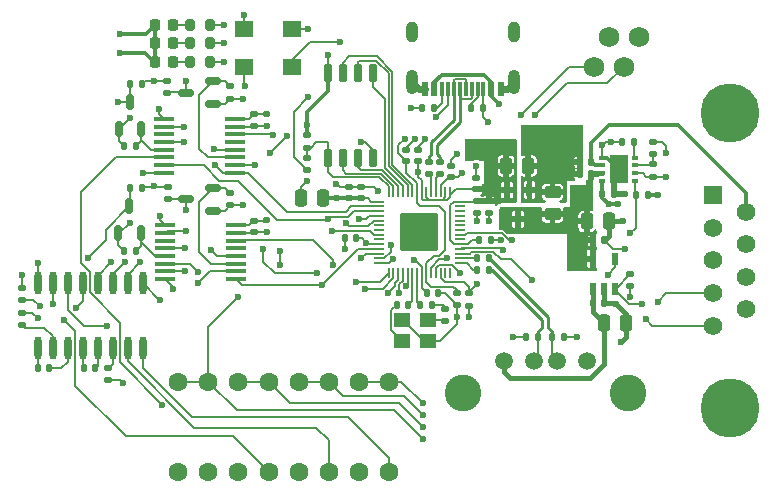
<source format=gbr>
%TF.GenerationSoftware,KiCad,Pcbnew,8.0.1*%
%TF.CreationDate,2024-03-30T20:31:03-07:00*%
%TF.ProjectId,babelfish,62616265-6c66-4697-9368-2e6b69636164,v0.3*%
%TF.SameCoordinates,Original*%
%TF.FileFunction,Copper,L1,Top*%
%TF.FilePolarity,Positive*%
%FSLAX46Y46*%
G04 Gerber Fmt 4.6, Leading zero omitted, Abs format (unit mm)*
G04 Created by KiCad (PCBNEW 8.0.1) date 2024-03-30 20:31:03*
%MOMM*%
%LPD*%
G01*
G04 APERTURE LIST*
G04 Aperture macros list*
%AMRoundRect*
0 Rectangle with rounded corners*
0 $1 Rounding radius*
0 $2 $3 $4 $5 $6 $7 $8 $9 X,Y pos of 4 corners*
0 Add a 4 corners polygon primitive as box body*
4,1,4,$2,$3,$4,$5,$6,$7,$8,$9,$2,$3,0*
0 Add four circle primitives for the rounded corners*
1,1,$1+$1,$2,$3*
1,1,$1+$1,$4,$5*
1,1,$1+$1,$6,$7*
1,1,$1+$1,$8,$9*
0 Add four rect primitives between the rounded corners*
20,1,$1+$1,$2,$3,$4,$5,0*
20,1,$1+$1,$4,$5,$6,$7,0*
20,1,$1+$1,$6,$7,$8,$9,0*
20,1,$1+$1,$8,$9,$2,$3,0*%
G04 Aperture macros list end*
%TA.AperFunction,SMDPad,CuDef*%
%ADD10RoundRect,0.135000X-0.185000X0.135000X-0.185000X-0.135000X0.185000X-0.135000X0.185000X0.135000X0*%
%TD*%
%TA.AperFunction,SMDPad,CuDef*%
%ADD11RoundRect,0.150000X0.150000X-0.512500X0.150000X0.512500X-0.150000X0.512500X-0.150000X-0.512500X0*%
%TD*%
%TA.AperFunction,SMDPad,CuDef*%
%ADD12RoundRect,0.250000X-0.250000X-0.475000X0.250000X-0.475000X0.250000X0.475000X-0.250000X0.475000X0*%
%TD*%
%TA.AperFunction,SMDPad,CuDef*%
%ADD13RoundRect,0.135000X0.185000X-0.135000X0.185000X0.135000X-0.185000X0.135000X-0.185000X-0.135000X0*%
%TD*%
%TA.AperFunction,SMDPad,CuDef*%
%ADD14RoundRect,0.250000X0.475000X-0.250000X0.475000X0.250000X-0.475000X0.250000X-0.475000X-0.250000X0*%
%TD*%
%TA.AperFunction,SMDPad,CuDef*%
%ADD15R,1.803404X0.406401*%
%TD*%
%TA.AperFunction,SMDPad,CuDef*%
%ADD16RoundRect,0.140000X-0.170000X0.140000X-0.170000X-0.140000X0.170000X-0.140000X0.170000X0.140000X0*%
%TD*%
%TA.AperFunction,SMDPad,CuDef*%
%ADD17RoundRect,0.218750X-0.218750X-0.256250X0.218750X-0.256250X0.218750X0.256250X-0.218750X0.256250X0*%
%TD*%
%TA.AperFunction,SMDPad,CuDef*%
%ADD18RoundRect,0.140000X0.140000X0.170000X-0.140000X0.170000X-0.140000X-0.170000X0.140000X-0.170000X0*%
%TD*%
%TA.AperFunction,SMDPad,CuDef*%
%ADD19RoundRect,0.140000X0.170000X-0.140000X0.170000X0.140000X-0.170000X0.140000X-0.170000X-0.140000X0*%
%TD*%
%TA.AperFunction,SMDPad,CuDef*%
%ADD20RoundRect,0.135000X0.135000X0.185000X-0.135000X0.185000X-0.135000X-0.185000X0.135000X-0.185000X0*%
%TD*%
%TA.AperFunction,ComponentPad*%
%ADD21O,1.000000X2.100000*%
%TD*%
%TA.AperFunction,ComponentPad*%
%ADD22O,1.000000X1.800000*%
%TD*%
%TA.AperFunction,SMDPad,CuDef*%
%ADD23R,0.600000X1.240005*%
%TD*%
%TA.AperFunction,SMDPad,CuDef*%
%ADD24R,0.300000X1.240005*%
%TD*%
%TA.AperFunction,ComponentPad*%
%ADD25C,1.750000*%
%TD*%
%TA.AperFunction,SMDPad,CuDef*%
%ADD26RoundRect,0.135000X-0.135000X-0.185000X0.135000X-0.185000X0.135000X0.185000X-0.135000X0.185000X0*%
%TD*%
%TA.AperFunction,SMDPad,CuDef*%
%ADD27R,0.600000X1.070003*%
%TD*%
%TA.AperFunction,SMDPad,CuDef*%
%ADD28RoundRect,0.200000X0.200000X0.275000X-0.200000X0.275000X-0.200000X-0.275000X0.200000X-0.275000X0*%
%TD*%
%TA.AperFunction,SMDPad,CuDef*%
%ADD29RoundRect,0.150000X0.512500X0.150000X-0.512500X0.150000X-0.512500X-0.150000X0.512500X-0.150000X0*%
%TD*%
%TA.AperFunction,SMDPad,CuDef*%
%ADD30RoundRect,0.140000X-0.140000X-0.170000X0.140000X-0.170000X0.140000X0.170000X-0.140000X0.170000X0*%
%TD*%
%TA.AperFunction,ComponentPad*%
%ADD31C,1.600000*%
%TD*%
%TA.AperFunction,SMDPad,CuDef*%
%ADD32R,0.600000X0.350013*%
%TD*%
%TA.AperFunction,SMDPad,CuDef*%
%ADD33R,1.600000X2.400051*%
%TD*%
%TA.AperFunction,SMDPad,CuDef*%
%ADD34RoundRect,0.050000X-0.387500X-0.050000X0.387500X-0.050000X0.387500X0.050000X-0.387500X0.050000X0*%
%TD*%
%TA.AperFunction,SMDPad,CuDef*%
%ADD35RoundRect,0.050000X-0.050000X-0.387500X0.050000X-0.387500X0.050000X0.387500X-0.050000X0.387500X0*%
%TD*%
%TA.AperFunction,ComponentPad*%
%ADD36C,0.600000*%
%TD*%
%TA.AperFunction,SMDPad,CuDef*%
%ADD37RoundRect,0.144000X-1.456000X-1.456000X1.456000X-1.456000X1.456000X1.456000X-1.456000X1.456000X0*%
%TD*%
%TA.AperFunction,ComponentPad*%
%ADD38C,1.500000*%
%TD*%
%TA.AperFunction,ComponentPad*%
%ADD39C,3.100000*%
%TD*%
%TA.AperFunction,SMDPad,CuDef*%
%ADD40R,0.622301X1.104902*%
%TD*%
%TA.AperFunction,SMDPad,CuDef*%
%ADD41R,1.400000X1.200000*%
%TD*%
%TA.AperFunction,SMDPad,CuDef*%
%ADD42O,0.602007X1.970993*%
%TD*%
%TA.AperFunction,SMDPad,CuDef*%
%ADD43RoundRect,0.250000X0.250000X0.475000X-0.250000X0.475000X-0.250000X-0.475000X0.250000X-0.475000X0*%
%TD*%
%TA.AperFunction,SMDPad,CuDef*%
%ADD44RoundRect,0.150000X0.150000X-0.650000X0.150000X0.650000X-0.150000X0.650000X-0.150000X-0.650000X0*%
%TD*%
%TA.AperFunction,SMDPad,CuDef*%
%ADD45R,1.529997X1.359995*%
%TD*%
%TA.AperFunction,ComponentPad*%
%ADD46R,1.574803X1.574803*%
%TD*%
%TA.AperFunction,ComponentPad*%
%ADD47C,1.574803*%
%TD*%
%TA.AperFunction,ComponentPad*%
%ADD48C,5.000000*%
%TD*%
%TA.AperFunction,ViaPad*%
%ADD49C,0.600000*%
%TD*%
%TA.AperFunction,Conductor*%
%ADD50C,0.200000*%
%TD*%
%TA.AperFunction,Conductor*%
%ADD51C,0.150000*%
%TD*%
%TA.AperFunction,Conductor*%
%ADD52C,0.500000*%
%TD*%
%TA.AperFunction,Conductor*%
%ADD53C,0.400000*%
%TD*%
%TA.AperFunction,Conductor*%
%ADD54C,0.600000*%
%TD*%
%TA.AperFunction,Conductor*%
%ADD55C,0.300000*%
%TD*%
%TA.AperFunction,Conductor*%
%ADD56C,0.286000*%
%TD*%
%TA.AperFunction,Conductor*%
%ADD57C,0.152400*%
%TD*%
G04 APERTURE END LIST*
D10*
%TO.P,R23,1*%
%TO.N,/5V0*%
X8328400Y1353400D03*
%TO.P,R23,2*%
%TO.N,/TX_B_SHIFTER_OUT*%
X8328400Y333400D03*
%TD*%
D11*
%TO.P,Q1,1,G*%
%TO.N,+3V3*%
X4200000Y6218000D03*
%TO.P,Q1,2,S*%
%TO.N,/RX_A_SHIFTER*%
X6100000Y6218000D03*
%TO.P,Q1,3,D*%
%TO.N,/RX_A_SHIFTER_OUT*%
X5150000Y8493000D03*
%TD*%
D12*
%TO.P,C31,1*%
%TO.N,/5V0*%
X43800000Y-1600000D03*
%TO.P,C31,2*%
%TO.N,GND*%
X45700000Y-1600000D03*
%TD*%
D13*
%TO.P,R20,1*%
%TO.N,+3V3*%
X13601800Y8803200D03*
%TO.P,R20,2*%
%TO.N,/TX_A_SHIFTER*%
X13601800Y9823200D03*
%TD*%
D14*
%TO.P,C21,1*%
%TO.N,/5V0*%
X40900000Y-1000000D03*
%TO.P,C21,2*%
%TO.N,GND*%
X40900000Y900000D03*
%TD*%
D15*
%TO.P,U7,1,1OE#*%
%TO.N,GND*%
X8009728Y7072351D03*
%TO.P,U7,2,S1*%
%TO.N,/CH_A_S1*%
X8009728Y6422110D03*
%TO.P,U7,3,1B4*%
%TO.N,unconnected-(U7-1B4-Pad3)*%
X8009728Y5772123D03*
%TO.P,U7,4,1B3*%
%TO.N,/RX_A_MAX*%
X8009728Y5122135D03*
%TO.P,U7,5,1B2*%
%TO.N,/RX_A_SHIFTER*%
X8009728Y4472148D03*
%TO.P,U7,6,1B1*%
%TO.N,/RX_A_CONN*%
X8009728Y3822161D03*
%TO.P,U7,7,1A*%
%TO.N,/RX_A*%
X8009728Y3172173D03*
%TO.P,U7,8,GND*%
%TO.N,GND*%
X8009728Y2522186D03*
%TO.P,U7,9,2A*%
%TO.N,/TX_A*%
X14009728Y2522186D03*
%TO.P,U7,10,2B1*%
%TO.N,/TX_A_CONN*%
X14009728Y3172173D03*
%TO.P,U7,11,2B2*%
%TO.N,/TX_A_SHIFTER*%
X14009728Y3822161D03*
%TO.P,U7,12,2B3*%
%TO.N,/TX_A_MAX*%
X14009728Y4472148D03*
%TO.P,U7,13,2B4*%
%TO.N,unconnected-(U7-2B4-Pad13)*%
X14009728Y5122135D03*
%TO.P,U7,14,S0*%
%TO.N,/CH_A_S0*%
X14009728Y5772123D03*
%TO.P,U7,15,2OE#*%
%TO.N,GND*%
X14009728Y6422110D03*
%TO.P,U7,16,VCC*%
%TO.N,/5V0*%
X14009728Y7072351D03*
%TD*%
D16*
%TO.P,C23,1*%
%TO.N,GND*%
X-4000000Y-9368830D03*
%TO.P,C23,2*%
%TO.N,Net-(U11-V+)*%
X-4000000Y-10328830D03*
%TD*%
D17*
%TO.P,D1,1,K*%
%TO.N,GND*%
X7225000Y15050000D03*
%TO.P,D1,2,A*%
%TO.N,Net-(D1-A)*%
X8800000Y15050000D03*
%TD*%
D18*
%TO.P,C16,1*%
%TO.N,+3V3*%
X24275500Y-3039000D03*
%TO.P,C16,2*%
%TO.N,GND*%
X23315500Y-3039000D03*
%TD*%
D19*
%TO.P,C37,1*%
%TO.N,GND*%
X15600000Y-2500000D03*
%TO.P,C37,2*%
%TO.N,/5V0*%
X15600000Y-1540000D03*
%TD*%
%TO.P,C36,1*%
%TO.N,GND*%
X15600000Y6500000D03*
%TO.P,C36,2*%
%TO.N,/5V0*%
X15600000Y7460000D03*
%TD*%
%TO.P,C14,1*%
%TO.N,+3V3*%
X34463000Y1151000D03*
%TO.P,C14,2*%
%TO.N,GND*%
X34463000Y2111000D03*
%TD*%
D20*
%TO.P,R26,1*%
%TO.N,/USB2_D-*%
X39700000Y-11400000D03*
%TO.P,R26,2*%
%TO.N,GND*%
X38680000Y-11400000D03*
%TD*%
D10*
%TO.P,R14,1*%
%TO.N,/RUN*%
X33800000Y-7700000D03*
%TO.P,R14,2*%
%TO.N,+3V3*%
X33800000Y-8720000D03*
%TD*%
D17*
%TO.P,D2,1,K*%
%TO.N,GND*%
X7225000Y13500000D03*
%TO.P,D2,2,A*%
%TO.N,Net-(D2-A)*%
X8800000Y13500000D03*
%TD*%
D21*
%TO.P,U3,1,SHELL*%
%TO.N,GND*%
X37625500Y10230914D03*
%TO.P,U3,2,SHELL*%
X28985419Y10230914D03*
D22*
%TO.P,U3,3,SHELL*%
X28985419Y14411000D03*
%TO.P,U3,4,SHELL*%
X37625500Y14411000D03*
D23*
%TO.P,U3,A1B12,GND*%
X36505358Y9610899D03*
%TO.P,U3,A4B9,VBUS*%
%TO.N,VBUS*%
X35705510Y9610899D03*
D24*
%TO.P,U3,A5,CC1*%
%TO.N,Net-(U3-CC1)*%
X34555396Y9610899D03*
%TO.P,U3,A6,DP1*%
%TO.N,/USB_D+*%
X33555396Y9610899D03*
%TO.P,U3,A7,DN1*%
%TO.N,/USB_D-*%
X33055523Y9610899D03*
%TO.P,U3,A8,SBU1*%
%TO.N,GND*%
X32055523Y9610899D03*
D23*
%TO.P,U3,B1A12,GND*%
X30105561Y9610899D03*
%TO.P,U3,B4A9,VBUS*%
%TO.N,VBUS*%
X30905409Y9610899D03*
D24*
%TO.P,U3,B5,CC2*%
%TO.N,Net-(U3-CC2)*%
X31555396Y9610899D03*
%TO.P,U3,B6,DP2*%
%TO.N,/USB_D+*%
X32555396Y9610899D03*
%TO.P,U3,B7,DN2*%
%TO.N,/USB_D-*%
X34055523Y9610899D03*
%TO.P,U3,B8,SBU2*%
%TO.N,GND*%
X35055523Y9610899D03*
%TD*%
D16*
%TO.P,C27,1*%
%TO.N,Net-(U11-V-)*%
X3300000Y-14028830D03*
%TO.P,C27,2*%
%TO.N,GND*%
X3300000Y-14988830D03*
%TD*%
D12*
%TO.P,C22,1*%
%TO.N,+3V3*%
X36950000Y3100000D03*
%TO.P,C22,2*%
%TO.N,GND*%
X38850000Y3100000D03*
%TD*%
D25*
%TO.P,J2,1,Pin_1*%
%TO.N,+3V3*%
X48210000Y14040000D03*
%TO.P,J2,2,Pin_2*%
%TO.N,/SWD*%
X46940000Y11500000D03*
%TO.P,J2,3,Pin_3*%
%TO.N,GND*%
X45670000Y14040000D03*
%TO.P,J2,4,Pin_4*%
%TO.N,/SWCLK*%
X44400000Y11500000D03*
%TD*%
D20*
%TO.P,R9,1*%
%TO.N,Net-(U2-ILIM)*%
X47800000Y5120000D03*
%TO.P,R9,2*%
%TO.N,GND*%
X46780000Y5120000D03*
%TD*%
D26*
%TO.P,R2,1*%
%TO.N,/STAT_5V0*%
X47980000Y600000D03*
%TO.P,R2,2*%
%TO.N,+3V3*%
X49000000Y600000D03*
%TD*%
D20*
%TO.P,R13,1*%
%TO.N,/USB2_D+*%
X35510500Y-4722600D03*
%TO.P,R13,2*%
%TO.N,/GPIO19*%
X34490500Y-4722600D03*
%TD*%
D10*
%TO.P,R7,1*%
%TO.N,+3V3*%
X20077600Y5677200D03*
%TO.P,R7,2*%
%TO.N,/QSPI_SS*%
X20077600Y4657200D03*
%TD*%
D16*
%TO.P,C7,1*%
%TO.N,+3V3*%
X35500000Y100000D03*
%TO.P,C7,2*%
%TO.N,GND*%
X35500000Y-860000D03*
%TD*%
D27*
%TO.P,U6,1,GND*%
%TO.N,GND*%
X38949962Y1070154D03*
%TO.P,U6,2,VOUT*%
%TO.N,+3V3*%
X37050038Y1070154D03*
%TO.P,U6,3,VIN*%
%TO.N,/5V0*%
X38000000Y-1400000D03*
%TD*%
D19*
%TO.P,C5,1*%
%TO.N,+3V3*%
X29475500Y3500000D03*
%TO.P,C5,2*%
%TO.N,GND*%
X29475500Y4460000D03*
%TD*%
D28*
%TO.P,R15,1*%
%TO.N,/LED_PWR*%
X11900000Y15050000D03*
%TO.P,R15,2*%
%TO.N,Net-(D1-A)*%
X10250000Y15050000D03*
%TD*%
D16*
%TO.P,C6,1*%
%TO.N,+3V3*%
X34500000Y100000D03*
%TO.P,C6,2*%
%TO.N,GND*%
X34500000Y-860000D03*
%TD*%
D29*
%TO.P,Q2,1,G*%
%TO.N,+3V3*%
X12128600Y8350000D03*
%TO.P,Q2,2,S*%
%TO.N,/TX_A_SHIFTER*%
X12128600Y10250000D03*
%TO.P,Q2,3,D*%
%TO.N,/TX_A_SHIFTER_OUT*%
X9853600Y9300000D03*
%TD*%
D17*
%TO.P,D3,1,K*%
%TO.N,GND*%
X7225000Y11900000D03*
%TO.P,D3,2,A*%
%TO.N,Net-(D3-A)*%
X8800000Y11900000D03*
%TD*%
D20*
%TO.P,R25,1*%
%TO.N,/5V0*%
X6129600Y1216800D03*
%TO.P,R25,2*%
%TO.N,/RX_B_SHIFTER_OUT*%
X5109600Y1216800D03*
%TD*%
D10*
%TO.P,R28,1*%
%TO.N,/USB2_FLG*%
X47500000Y-6090000D03*
%TO.P,R28,2*%
%TO.N,+3V3*%
X47500000Y-7110000D03*
%TD*%
D30*
%TO.P,C26,1*%
%TO.N,Net-(U11-C2+)*%
X1200000Y-14028830D03*
%TO.P,C26,2*%
%TO.N,Net-(U11-C2-)*%
X2160000Y-14028830D03*
%TD*%
D31*
%TO.P,DIP1,1,PIN1*%
%TO.N,/TX_A_SHIFTER_OUT*%
X9234601Y-22798217D03*
%TO.P,DIP1,2,PIN2*%
%TO.N,/TX_A_MAX_OUT*%
X11774606Y-22798217D03*
%TO.P,DIP1,3,PIN3*%
%TO.N,/RX_A_SHIFTER_OUT*%
X14314611Y-22798217D03*
%TO.P,DIP1,4,PIN4*%
%TO.N,/RX_A_MAX_OUT*%
X16854616Y-22798217D03*
%TO.P,DIP1,5,PIN5*%
%TO.N,/TX_B_SHIFTER_OUT*%
X19394622Y-22798217D03*
%TO.P,DIP1,6,PIN6*%
%TO.N,/TX_B_MAX_OUT*%
X21934627Y-22798217D03*
%TO.P,DIP1,7,PIN7*%
%TO.N,/RX_B_SHIFTER_OUT*%
X24474632Y-22798217D03*
%TO.P,DIP1,8,PIN8*%
%TO.N,/RX_B_MAX_OUT*%
X27014637Y-22798217D03*
%TO.P,DIP1,9,PIN9*%
%TO.N,/RX_B_CONN*%
X27014637Y-15178201D03*
%TO.P,DIP1,10,PIN10*%
X24474632Y-15178201D03*
%TO.P,DIP1,11,PIN11*%
%TO.N,/TX_B_CONN*%
X21934627Y-15178201D03*
%TO.P,DIP1,12,PIN12*%
X19394622Y-15178201D03*
%TO.P,DIP1,13,PIN13*%
%TO.N,/RX_A_CONN*%
X16854616Y-15178201D03*
%TO.P,DIP1,14,PIN14*%
X14314611Y-15178201D03*
%TO.P,DIP1,15,PIN15*%
%TO.N,/TX_A_CONN*%
X11774606Y-15178201D03*
%TO.P,DIP1,16,PIN16*%
X9234601Y-15178201D03*
%TD*%
D30*
%TO.P,C10,1*%
%TO.N,+3V3*%
X34700000Y-3200000D03*
%TO.P,C10,2*%
%TO.N,GND*%
X35660000Y-3200000D03*
%TD*%
D32*
%TO.P,U2,1,STAT*%
%TO.N,/STAT_5V0*%
X47919797Y1830160D03*
%TO.P,U2,2,EN#*%
%TO.N,GND*%
X47920051Y2490053D03*
%TO.P,U2,3,VSNS*%
%TO.N,/PWR_VSNS*%
X47920051Y3149947D03*
%TO.P,U2,4,ILIM*%
%TO.N,Net-(U2-ILIM)*%
X47920051Y3810094D03*
%TO.P,U2,5,GND*%
%TO.N,GND*%
X45119949Y3810094D03*
%TO.P,U2,6,IN2*%
%TO.N,/VCC_5V*%
X45119949Y3149947D03*
%TO.P,U2,7,OUT*%
%TO.N,/5V0*%
X45119949Y2490053D03*
%TO.P,U2,8,IN1*%
%TO.N,VBUS*%
X45119949Y1830160D03*
D33*
%TO.P,U2,9,EP*%
%TO.N,GND*%
X46520000Y2820000D03*
%TD*%
D30*
%TO.P,C28,1*%
%TO.N,/VBUS_OUT*%
X44300000Y-8500000D03*
%TO.P,C28,2*%
%TO.N,GND*%
X45260000Y-8500000D03*
%TD*%
D10*
%TO.P,R4,1*%
%TO.N,/USB_D-*%
X31365500Y3393800D03*
%TO.P,R4,2*%
%TO.N,/USB_DN*%
X31365500Y2373800D03*
%TD*%
D11*
%TO.P,Q4,1,G*%
%TO.N,+3V3*%
X4134800Y-2610000D03*
%TO.P,Q4,2,S*%
%TO.N,/RX_B_SHIFTER*%
X6034800Y-2610000D03*
%TO.P,Q4,3,D*%
%TO.N,/RX_B_SHIFTER_OUT*%
X5084800Y-335000D03*
%TD*%
D34*
%TO.P,U1,1,IOVDD*%
%TO.N,+3V3*%
X26188000Y73500D03*
%TO.P,U1,2,GPIO0*%
%TO.N,/TX_A*%
X26188000Y-326500D03*
%TO.P,U1,3,GPIO1*%
%TO.N,/RX_A*%
X26188000Y-726500D03*
%TO.P,U1,4,GPIO2*%
%TO.N,/CH_A_S0*%
X26188000Y-1126500D03*
%TO.P,U1,5,GPIO3*%
%TO.N,/CH_A_S1*%
X26188000Y-1526500D03*
%TO.P,U1,6,GPIO4*%
%TO.N,/GPIO4*%
X26188000Y-1926500D03*
%TO.P,U1,7,GPIO5*%
%TO.N,/GPIO5*%
X26188000Y-2326500D03*
%TO.P,U1,8,GPIO6*%
%TO.N,/LED_PWR*%
X26188000Y-2726500D03*
%TO.P,U1,9,GPIO7*%
%TO.N,/GPIO7*%
X26188000Y-3126500D03*
%TO.P,U1,10,IOVDD*%
%TO.N,+3V3*%
X26188000Y-3526500D03*
%TO.P,U1,11,GPIO8*%
%TO.N,/TX_B*%
X26188000Y-3926500D03*
%TO.P,U1,12,GPIO9*%
%TO.N,/RX_B*%
X26188000Y-4326500D03*
%TO.P,U1,13,GPIO10*%
%TO.N,/LED_P_OK*%
X26188000Y-4726500D03*
%TO.P,U1,14,GPIO11*%
%TO.N,/LED_AUX*%
X26188000Y-5126500D03*
D35*
%TO.P,U1,15,GPIO12*%
%TO.N,/CH_B_S0*%
X27025500Y-5964000D03*
%TO.P,U1,16,GPIO13*%
%TO.N,/CH_B_S1*%
X27425500Y-5964000D03*
%TO.P,U1,17,GPIO14*%
%TO.N,/GPIO14*%
X27825500Y-5964000D03*
%TO.P,U1,18,GPIO15*%
%TO.N,/GPIO15*%
X28225500Y-5964000D03*
%TO.P,U1,19,TESTEN*%
%TO.N,GND*%
X28625500Y-5964000D03*
%TO.P,U1,20,XIN*%
%TO.N,/XIN*%
X29025500Y-5964000D03*
%TO.P,U1,21,XOUT*%
%TO.N,/XOUT*%
X29425500Y-5964000D03*
%TO.P,U1,22,IOVDD*%
%TO.N,+3V3*%
X29825500Y-5964000D03*
%TO.P,U1,23,DVDD*%
%TO.N,+1V1*%
X30225500Y-5964000D03*
%TO.P,U1,24,SWCLK*%
%TO.N,/SWCLK*%
X30625500Y-5964000D03*
%TO.P,U1,25,SWD*%
%TO.N,/SWD*%
X31025500Y-5964000D03*
%TO.P,U1,26,RUN*%
%TO.N,/RUN*%
X31425500Y-5964000D03*
%TO.P,U1,27,GPIO16*%
%TO.N,/GPIO16*%
X31825500Y-5964000D03*
%TO.P,U1,28,GPIO17*%
%TO.N,/GPIO17*%
X32225500Y-5964000D03*
D34*
%TO.P,U1,29,GPIO18*%
%TO.N,/GPIO18*%
X33063000Y-5126500D03*
%TO.P,U1,30,GPIO19*%
%TO.N,/GPIO19*%
X33063000Y-4726500D03*
%TO.P,U1,31,GPIO20*%
%TO.N,/USB2_EN*%
X33063000Y-4326500D03*
%TO.P,U1,32,GPIO21*%
%TO.N,/USB2_FLG*%
X33063000Y-3926500D03*
%TO.P,U1,33,IOVDD*%
%TO.N,+3V3*%
X33063000Y-3526500D03*
%TO.P,U1,34,GPIO22*%
%TO.N,/GPIO22*%
X33063000Y-3126500D03*
%TO.P,U1,35,GPIO23*%
%TO.N,/STAT_5V0*%
X33063000Y-2726500D03*
%TO.P,U1,36,GPIO24*%
%TO.N,/GPIO24*%
X33063000Y-2326500D03*
%TO.P,U1,37,GPIO25*%
%TO.N,/GPIO25*%
X33063000Y-1926500D03*
%TO.P,U1,38,GPIO26_ADC0*%
%TO.N,/GPIO26*%
X33063000Y-1526500D03*
%TO.P,U1,39,GPIO27_ADC1*%
%TO.N,/GPIO27*%
X33063000Y-1126500D03*
%TO.P,U1,40,GPIO28_ADC2*%
%TO.N,/GPIO28*%
X33063000Y-726500D03*
%TO.P,U1,41,GPIO29_ADC3*%
%TO.N,/GPIO29*%
X33063000Y-326500D03*
%TO.P,U1,42,IOVDD*%
%TO.N,+3V3*%
X33063000Y73500D03*
D35*
%TO.P,U1,43,ADC_AVDD*%
X32225500Y911000D03*
%TO.P,U1,44,VREG_IN*%
X31825500Y911000D03*
%TO.P,U1,45,VREG_VOUT*%
%TO.N,+1V1*%
X31425500Y911000D03*
%TO.P,U1,46,USB_DM*%
%TO.N,/USB_DN*%
X31025500Y911000D03*
%TO.P,U1,47,USB_DP*%
%TO.N,/USB_DP*%
X30625500Y911000D03*
%TO.P,U1,48,USB_VDD*%
%TO.N,+3V3*%
X30225500Y911000D03*
%TO.P,U1,49,IOVDD*%
X29825500Y911000D03*
%TO.P,U1,50,DVDD*%
%TO.N,+1V1*%
X29425500Y911000D03*
%TO.P,U1,51,QSPI_SD3*%
%TO.N,/QSPI_SD3*%
X29025500Y911000D03*
%TO.P,U1,52,QSPI_SCLK*%
%TO.N,/QSPI_SCLK*%
X28625500Y911000D03*
%TO.P,U1,53,QSPI_SD0*%
%TO.N,/QSPI_SD0*%
X28225500Y911000D03*
%TO.P,U1,54,QSPI_SD2*%
%TO.N,/QSPI_SD2*%
X27825500Y911000D03*
%TO.P,U1,55,QSPI_SD1*%
%TO.N,/QSPI_SD1*%
X27425500Y911000D03*
%TO.P,U1,56,QSPI_SS*%
%TO.N,/QSPI_SS*%
X27025500Y911000D03*
D36*
%TO.P,U1,57,GND*%
%TO.N,GND*%
X28350500Y-1251500D03*
X28350500Y-2526500D03*
X28350500Y-3801500D03*
X29625500Y-1251500D03*
X29625500Y-2526500D03*
D37*
X29625500Y-2526500D03*
D36*
X29625500Y-3801500D03*
X30900500Y-1251500D03*
X30900500Y-2526500D03*
X30900500Y-3801500D03*
%TD*%
D26*
%TO.P,R24,1*%
%TO.N,+3V3*%
X4594600Y-4085000D03*
%TO.P,R24,2*%
%TO.N,/RX_B_SHIFTER*%
X5614600Y-4085000D03*
%TD*%
D30*
%TO.P,C30,1*%
%TO.N,/5V0*%
X44340000Y-3200000D03*
%TO.P,C30,2*%
%TO.N,GND*%
X45300000Y-3200000D03*
%TD*%
D38*
%TO.P,J4,1,VBUS*%
%TO.N,/VBUS_OUT*%
X36800000Y-13390000D03*
%TO.P,J4,2,D-*%
%TO.N,/USB2_D-*%
X39300000Y-13390000D03*
%TO.P,J4,3,D+*%
%TO.N,/USB2_D+*%
X41300000Y-13390000D03*
%TO.P,J4,4,GND*%
%TO.N,GND*%
X43800000Y-13390000D03*
D39*
%TO.P,J4,5,Shield*%
X33300000Y-16100000D03*
X47300000Y-16100000D03*
%TD*%
D40*
%TO.P,U12,1,OUT*%
%TO.N,/VBUS_OUT*%
X44300585Y-7350000D03*
%TO.P,U12,2,GND*%
%TO.N,GND*%
X45249785Y-7350000D03*
%TO.P,U12,3,FLG*%
%TO.N,/USB2_FLG*%
X46200000Y-7350000D03*
%TO.P,U12,4,EN*%
%TO.N,/USB2_EN*%
X46200000Y-4750050D03*
%TO.P,U12,5,IN*%
%TO.N,/5V0*%
X44300585Y-4750050D03*
%TD*%
D20*
%TO.P,R1,1*%
%TO.N,/OSC1R*%
X30695227Y-8657862D03*
%TO.P,R1,2*%
%TO.N,/XOUT*%
X29675227Y-8657862D03*
%TD*%
D28*
%TO.P,R16,1*%
%TO.N,/LED_P_OK*%
X11900000Y13500000D03*
%TO.P,R16,2*%
%TO.N,Net-(D2-A)*%
X10250000Y13500000D03*
%TD*%
D20*
%TO.P,R5,1*%
%TO.N,Net-(U3-CC2)*%
X30875500Y8000000D03*
%TO.P,R5,2*%
%TO.N,GND*%
X29855500Y8000000D03*
%TD*%
D30*
%TO.P,C15,1*%
%TO.N,VBUS*%
X45120000Y720000D03*
%TO.P,C15,2*%
%TO.N,GND*%
X46080000Y720000D03*
%TD*%
D19*
%TO.P,C4,1*%
%TO.N,+3V3*%
X24649600Y371800D03*
%TO.P,C4,2*%
%TO.N,GND*%
X24649600Y1331800D03*
%TD*%
D10*
%TO.P,R6,1*%
%TO.N,VBUS*%
X49400000Y5140000D03*
%TO.P,R6,2*%
%TO.N,/PWR_VSNS*%
X49400000Y4120000D03*
%TD*%
%TO.P,R3,1*%
%TO.N,/USB_D+*%
X30415400Y3393800D03*
%TO.P,R3,2*%
%TO.N,/USB_DP*%
X30415400Y2373800D03*
%TD*%
D28*
%TO.P,R17,1*%
%TO.N,/LED_AUX*%
X11900000Y11900000D03*
%TO.P,R17,2*%
%TO.N,Net-(D3-A)*%
X10250000Y11900000D03*
%TD*%
D15*
%TO.P,U8,1,1OE#*%
%TO.N,GND*%
X8109728Y-1927649D03*
%TO.P,U8,2,S1*%
%TO.N,/CH_B_S1*%
X8109728Y-2577890D03*
%TO.P,U8,3,1B4*%
%TO.N,unconnected-(U8-1B4-Pad3)*%
X8109728Y-3227877D03*
%TO.P,U8,4,1B3*%
%TO.N,/RX_B_MAX*%
X8109728Y-3877865D03*
%TO.P,U8,5,1B2*%
%TO.N,/RX_B_SHIFTER*%
X8109728Y-4527852D03*
%TO.P,U8,6,1B1*%
%TO.N,/RX_B_CONN*%
X8109728Y-5177839D03*
%TO.P,U8,7,1A*%
%TO.N,/RX_B*%
X8109728Y-5827827D03*
%TO.P,U8,8,GND*%
%TO.N,GND*%
X8109728Y-6477814D03*
%TO.P,U8,9,2A*%
%TO.N,/TX_B*%
X14109728Y-6477814D03*
%TO.P,U8,10,2B1*%
%TO.N,/TX_B_CONN*%
X14109728Y-5827827D03*
%TO.P,U8,11,2B2*%
%TO.N,/TX_B_SHIFTER*%
X14109728Y-5177839D03*
%TO.P,U8,12,2B3*%
%TO.N,/TX_B_MAX*%
X14109728Y-4527852D03*
%TO.P,U8,13,2B4*%
%TO.N,unconnected-(U8-2B4-Pad13)*%
X14109728Y-3877865D03*
%TO.P,U8,14,S0*%
%TO.N,/CH_B_S0*%
X14109728Y-3227877D03*
%TO.P,U8,15,2OE#*%
%TO.N,GND*%
X14109728Y-2577890D03*
%TO.P,U8,16,VCC*%
%TO.N,/5V0*%
X14109728Y-1927649D03*
%TD*%
D26*
%TO.P,R27,1*%
%TO.N,/USB2_D+*%
X40850000Y-11400000D03*
%TO.P,R27,2*%
%TO.N,GND*%
X41870000Y-11400000D03*
%TD*%
D19*
%TO.P,C11,1*%
%TO.N,/OSC1*%
X31825227Y-10007862D03*
%TO.P,C11,2*%
%TO.N,/OSC1R*%
X31825227Y-9047862D03*
%TD*%
D20*
%TO.P,R19,1*%
%TO.N,/5V0*%
X6110000Y10046200D03*
%TO.P,R19,2*%
%TO.N,/RX_A_SHIFTER_OUT*%
X5090000Y10046200D03*
%TD*%
D29*
%TO.P,Q3,1,G*%
%TO.N,+3V3*%
X12138400Y-686600D03*
%TO.P,Q3,2,S*%
%TO.N,/TX_B_SHIFTER*%
X12138400Y1213400D03*
%TO.P,Q3,3,D*%
%TO.N,/TX_B_SHIFTER_OUT*%
X9863400Y263400D03*
%TD*%
D10*
%TO.P,R21,1*%
%TO.N,/5V0*%
X8300000Y10300000D03*
%TO.P,R21,2*%
%TO.N,/TX_A_SHIFTER_OUT*%
X8300000Y9280000D03*
%TD*%
D13*
%TO.P,R22,1*%
%TO.N,+3V3*%
X13613400Y-233400D03*
%TO.P,R22,2*%
%TO.N,/TX_B_SHIFTER*%
X13613400Y786600D03*
%TD*%
D41*
%TO.P,X1,1,OSC1*%
%TO.N,/OSC1*%
X30375227Y-9957798D03*
%TO.P,X1,2,GND*%
%TO.N,GND*%
X28175075Y-9957798D03*
%TO.P,X1,3,OSC2*%
%TO.N,/OSC2*%
X28175075Y-11707862D03*
%TO.P,X1,4,GND*%
%TO.N,GND*%
X30375227Y-11707862D03*
%TD*%
D42*
%TO.P,U11,1,C1+*%
%TO.N,Net-(U11-C1+)*%
X-2690018Y-12300000D03*
%TO.P,U11,2,V+*%
%TO.N,Net-(U11-V+)*%
X-1420015Y-12300000D03*
%TO.P,U11,3,C1-*%
%TO.N,Net-(U11-C1-)*%
X-150013Y-12300000D03*
%TO.P,U11,4,C2+*%
%TO.N,Net-(U11-C2+)*%
X1119990Y-12300000D03*
%TO.P,U11,5,C2-*%
%TO.N,Net-(U11-C2-)*%
X2389992Y-12300000D03*
%TO.P,U11,6,V-*%
%TO.N,Net-(U11-V-)*%
X3659995Y-12300000D03*
%TO.P,U11,7,DOUT2*%
%TO.N,/TX_B_MAX_OUT*%
X4929997Y-12300000D03*
%TO.P,U11,8,RIN2*%
%TO.N,/RX_B_MAX_OUT*%
X6200000Y-12300000D03*
%TO.P,U11,9,ROUT2*%
%TO.N,/RX_B_MAX*%
X6200000Y-6828830D03*
%TO.P,U11,10,DIN2*%
%TO.N,/TX_B_MAX*%
X4929997Y-6828830D03*
%TO.P,U11,11,DIN1*%
%TO.N,/TX_A_MAX*%
X3659995Y-6828830D03*
%TO.P,U11,12,ROUT1*%
%TO.N,/RX_A_MAX*%
X2389992Y-6828830D03*
%TO.P,U11,13,RIN1*%
%TO.N,/RX_A_MAX_OUT*%
X1119990Y-6828830D03*
%TO.P,U11,14,DOUT1*%
%TO.N,/TX_A_MAX_OUT*%
X-150013Y-6828830D03*
%TO.P,U11,15,GND*%
%TO.N,GND*%
X-1420015Y-6828830D03*
%TO.P,U11,16,VCC*%
%TO.N,+3V3*%
X-2690018Y-6828830D03*
%TD*%
D12*
%TO.P,C29,1*%
%TO.N,/VBUS_OUT*%
X45250000Y-10200000D03*
%TO.P,C29,2*%
%TO.N,GND*%
X47150000Y-10200000D03*
%TD*%
D30*
%TO.P,C24,1*%
%TO.N,Net-(U11-C1+)*%
X-2700000Y-14028830D03*
%TO.P,C24,2*%
%TO.N,Net-(U11-C1-)*%
X-1740000Y-14028830D03*
%TD*%
%TO.P,C12,1*%
%TO.N,/OSC2*%
X27715227Y-8657798D03*
%TO.P,C12,2*%
%TO.N,/XIN*%
X28675227Y-8657798D03*
%TD*%
D19*
%TO.P,C2,1*%
%TO.N,+1V1*%
X28525500Y3501000D03*
%TO.P,C2,2*%
%TO.N,GND*%
X28525500Y4461000D03*
%TD*%
%TO.P,C9,1*%
%TO.N,+3V3*%
X23633600Y371800D03*
%TO.P,C9,2*%
%TO.N,GND*%
X23633600Y1331800D03*
%TD*%
D16*
%TO.P,C25,1*%
%TO.N,+3V3*%
X-4000000Y-7268830D03*
%TO.P,C25,2*%
%TO.N,GND*%
X-4000000Y-8228830D03*
%TD*%
D19*
%TO.P,C13,1*%
%TO.N,+1V1*%
X32305500Y2170000D03*
%TO.P,C13,2*%
%TO.N,GND*%
X32305500Y3130000D03*
%TD*%
D10*
%TO.P,R8,1*%
%TO.N,/PWR_VSNS*%
X49400000Y3220000D03*
%TO.P,R8,2*%
%TO.N,GND*%
X49400000Y2200000D03*
%TD*%
D43*
%TO.P,C3,1*%
%TO.N,+3V3*%
X21500000Y400000D03*
%TO.P,C3,2*%
%TO.N,GND*%
X19600000Y400000D03*
%TD*%
D26*
%TO.P,R18,1*%
%TO.N,+3V3*%
X4604400Y4744400D03*
%TO.P,R18,2*%
%TO.N,/RX_A_SHIFTER*%
X5624400Y4744400D03*
%TD*%
D20*
%TO.P,R12,1*%
%TO.N,/USB2_D-*%
X35510500Y-5687800D03*
%TO.P,R12,2*%
%TO.N,/GPIO18*%
X34490500Y-5687800D03*
%TD*%
D44*
%TO.P,U4,1,~{CS}*%
%TO.N,/QSPI_SS*%
X21881000Y3770200D03*
%TO.P,U4,2,DO(IO1)*%
%TO.N,/QSPI_SD1*%
X23151000Y3770200D03*
%TO.P,U4,3,IO2*%
%TO.N,/QSPI_SD2*%
X24421000Y3770200D03*
%TO.P,U4,4,GND*%
%TO.N,GND*%
X25691000Y3770200D03*
%TO.P,U4,5,DI(IO0)*%
%TO.N,/QSPI_SD0*%
X25691000Y10970200D03*
%TO.P,U4,6,CLK*%
%TO.N,/QSPI_SCLK*%
X24421000Y10970200D03*
%TO.P,U4,7,IO3*%
%TO.N,/QSPI_SD3*%
X23151000Y10970200D03*
%TO.P,U4,8,VCC*%
%TO.N,+3V3*%
X21881000Y10970200D03*
%TD*%
D45*
%TO.P,SW1,1,1*%
%TO.N,GND*%
X14800000Y14700000D03*
%TO.P,SW1,2,2*%
%TO.N,/~{USB_BOOT}*%
X18870104Y14700000D03*
%TD*%
%TO.P,SW2,1,1*%
%TO.N,GND*%
X14800000Y11450000D03*
%TO.P,SW2,2,2*%
%TO.N,/RUN*%
X18870104Y11450000D03*
%TD*%
D18*
%TO.P,C18,1*%
%TO.N,/VCC_5V*%
X44160000Y3450000D03*
%TO.P,C18,2*%
%TO.N,GND*%
X43200000Y3450000D03*
%TD*%
%TO.P,C17,1*%
%TO.N,/5V0*%
X44160000Y2400000D03*
%TO.P,C17,2*%
%TO.N,GND*%
X43200000Y2400000D03*
%TD*%
D26*
%TO.P,R10,1*%
%TO.N,Net-(U3-CC1)*%
X34030000Y8000000D03*
%TO.P,R10,2*%
%TO.N,GND*%
X35050000Y8000000D03*
%TD*%
D10*
%TO.P,R11,1*%
%TO.N,/QSPI_SS*%
X20077600Y3769600D03*
%TO.P,R11,2*%
%TO.N,/~{USB_BOOT}*%
X20077600Y2749600D03*
%TD*%
D30*
%TO.P,C8,1*%
%TO.N,+3V3*%
X30275500Y-7689000D03*
%TO.P,C8,2*%
%TO.N,GND*%
X31235500Y-7689000D03*
%TD*%
D16*
%TO.P,C1,1*%
%TO.N,+1V1*%
X32800000Y-7689000D03*
%TO.P,C1,2*%
%TO.N,GND*%
X32800000Y-8649000D03*
%TD*%
D46*
%TO.P,J3,1,1*%
%TO.N,GND*%
X54480137Y619812D03*
D47*
%TO.P,J3,2,2*%
%TO.N,/TX_A_CONN*%
X54480137Y-2140157D03*
%TO.P,J3,3,3*%
%TO.N,/TX_B_CONN*%
X54480137Y-4900127D03*
%TO.P,J3,4,4*%
%TO.N,/GPIO14*%
X54480137Y-7660097D03*
%TO.P,J3,5,5*%
%TO.N,/GPIO15*%
X54480137Y-10420066D03*
%TO.P,J3,6,6*%
%TO.N,/VCC_5V*%
X57320117Y-760173D03*
%TO.P,J3,7,7*%
%TO.N,/RX_A_CONN*%
X57320117Y-3520142D03*
%TO.P,J3,8,8*%
%TO.N,/RX_B_CONN*%
X57320117Y-6280112D03*
%TO.P,J3,9,9*%
%TO.N,+3V3*%
X57320117Y-9040081D03*
D48*
%TO.P,J3,10,PAD*%
%TO.N,GND*%
X55900000Y7600000D03*
%TO.P,J3,11,PAD*%
X55900000Y-17400000D03*
%TD*%
D49*
%TO.N,+1V1*%
X28400000Y5400000D03*
X33200000Y2500000D03*
%TO.N,GND*%
X39400000Y5200000D03*
X41200000Y5200000D03*
X8800000Y-7300000D03*
X45850000Y5150000D03*
X4550000Y-15300000D03*
X39400000Y6100000D03*
X32800000Y-9700000D03*
X6200000Y2500000D03*
X46300000Y-8600000D03*
X14800000Y15900000D03*
X20100000Y1800000D03*
X23300000Y-3900000D03*
X41200000Y2500000D03*
X36500000Y-3200000D03*
X40300000Y3400000D03*
X40300000Y2500000D03*
X47000000Y-3900000D03*
X50500000Y2200000D03*
X-2500000Y-8800000D03*
X-2700000Y-9800000D03*
X45100000Y4850000D03*
X16700000Y-2500000D03*
X47000000Y700000D03*
X40300000Y6100000D03*
X40300000Y5200000D03*
X35500000Y-1600000D03*
X37550000Y-11400000D03*
X4300000Y12700000D03*
X28500000Y-7075500D03*
X28900000Y8000000D03*
X42100000Y4300000D03*
X35400000Y6850000D03*
X42100000Y5200000D03*
X34450000Y3050000D03*
X46900000Y-1600000D03*
X32825000Y4100000D03*
X34500000Y-1600000D03*
X22600000Y1600000D03*
X40300000Y4300000D03*
X31025000Y7225000D03*
X30100000Y5375000D03*
X29300000Y5400000D03*
X7600000Y7900000D03*
X42100000Y2500000D03*
X-1420015Y-8600000D03*
X26100000Y1000000D03*
X43000000Y-11400000D03*
X41200000Y6100000D03*
X41200000Y4300000D03*
X41200000Y3400000D03*
X4300000Y14300000D03*
X24700000Y5100000D03*
X7700000Y-1100000D03*
X14900000Y9900000D03*
X46700000Y-11800000D03*
X42100000Y6100000D03*
X42100000Y3400000D03*
X16700000Y6500000D03*
%TO.N,VBUS*%
X45650000Y-150000D03*
X50519949Y4170000D03*
X36400000Y8300000D03*
X46474975Y-124975D03*
%TO.N,+3V3*%
X36700000Y4900000D03*
X34000000Y4900000D03*
X14700000Y-200000D03*
X5100000Y-1700000D03*
X33800000Y-9700000D03*
X35700000Y1100000D03*
X34900000Y4000000D03*
X34000000Y4000000D03*
X35700000Y2100000D03*
X25100000Y-3400000D03*
X34900000Y4900000D03*
X21900000Y12500000D03*
X5130000Y7146200D03*
X47500000Y-8000000D03*
X29475500Y2611000D03*
X29200000Y-4900000D03*
X22625500Y361000D03*
X-2700000Y-5100000D03*
X35800000Y4900000D03*
X-4000000Y-6100000D03*
X35700000Y3100000D03*
X14700000Y8800000D03*
X49850000Y600000D03*
X20077600Y6586000D03*
%TO.N,/~{USB_BOOT}*%
X20200000Y14700000D03*
X20200000Y8900000D03*
%TO.N,/GPIO15*%
X27900000Y-7700000D03*
X48800000Y-9900000D03*
%TO.N,/5V0*%
X16700000Y-1500000D03*
X16700000Y7500000D03*
X7200000Y1400000D03*
X42800000Y-5100000D03*
X43700000Y1000000D03*
X7200000Y10300000D03*
%TO.N,/RUN*%
X22900000Y13600000D03*
X34500000Y-6900000D03*
%TO.N,/SWD*%
X33100000Y-6000000D03*
X39400000Y7400000D03*
%TO.N,/SWCLK*%
X32000000Y-4700000D03*
X38200000Y7400000D03*
%TO.N,/GPIO14*%
X27000000Y-7700000D03*
X49800000Y-8400000D03*
%TO.N,/LED_PWR*%
X17000000Y4200000D03*
X22200000Y-2400000D03*
X18400000Y5600000D03*
X13050000Y15050000D03*
%TO.N,/LED_P_OK*%
X13050000Y13500000D03*
X27200000Y-3600000D03*
%TO.N,/LED_AUX*%
X27400000Y-4800000D03*
X13050000Y11900000D03*
%TO.N,/TX_A_CONN*%
X17800000Y-5300000D03*
X14300000Y-8000000D03*
X17800000Y-4100000D03*
X15750000Y3150000D03*
X29900000Y-20000000D03*
%TO.N,/RX_A_CONN*%
X7878768Y-17121232D03*
X29900000Y-19000000D03*
%TO.N,/RX_B_CONN*%
X10850000Y-5850000D03*
X29900000Y-17000000D03*
%TO.N,/TX_B_CONN*%
X29900000Y-18000000D03*
X10850000Y-6850000D03*
%TO.N,/STAT_5V0*%
X47500000Y-2600000D03*
X37500000Y-3200000D03*
%TO.N,/TX_A*%
X12300000Y3200000D03*
%TO.N,/RX_A*%
X21900000Y-1400000D03*
%TO.N,/TX_B*%
X21400000Y-7000000D03*
%TO.N,/RX_B*%
X24700000Y-4700000D03*
X9800000Y-5800000D03*
%TO.N,/TX_A_MAX*%
X4700000Y-5050000D03*
X12200000Y4500000D03*
%TO.N,/CH_A_S0*%
X24500000Y-1400000D03*
X17200000Y5700000D03*
%TO.N,/CH_A_S1*%
X9700000Y6400000D03*
X23400000Y-1724500D03*
%TO.N,/RX_A_MAX*%
X3550000Y-5050000D03*
X9700000Y5100000D03*
%TO.N,/CH_B_S0*%
X24300000Y-6700000D03*
X22300000Y-5300000D03*
%TO.N,/CH_B_S1*%
X25000000Y-7300000D03*
X9900000Y-2400000D03*
X21000077Y-5972935D03*
X16400000Y-3900000D03*
%TO.N,/TX_B_MAX*%
X6000000Y-5050000D03*
X12000000Y-4000000D03*
%TO.N,/USB2_FLG*%
X36750000Y-4000000D03*
X48500000Y-8600000D03*
%TO.N,/USB2_EN*%
X45600000Y-6100000D03*
X39200000Y-6600000D03*
%TO.N,/RX_B_MAX*%
X7650000Y-8250000D03*
X9800000Y-3850000D03*
%TO.N,/TX_A_SHIFTER_OUT*%
X9850000Y10300000D03*
%TO.N,/TX_A_MAX_OUT*%
X3200000Y-10450000D03*
%TO.N,/RX_A_SHIFTER_OUT*%
X4100000Y8500000D03*
%TO.N,/RX_A_MAX_OUT*%
X550000Y-8900000D03*
X-500000Y-9950000D03*
%TO.N,/TX_B_SHIFTER_OUT*%
X9850000Y-650000D03*
%TO.N,/RX_B_SHIFTER_OUT*%
X1575500Y-4700000D03*
%TD*%
D50*
%TO.N,+1V1*%
X33200000Y2500000D02*
X33200000Y2300000D01*
X33200000Y2500000D02*
X32870000Y2170000D01*
X32870000Y2170000D02*
X32305500Y2170000D01*
D51*
X28400000Y5400000D02*
X28300000Y5400000D01*
X27800000Y4900000D02*
X28400000Y5400000D01*
X27800000Y4600000D02*
X27800000Y4900000D01*
X28226500Y3800000D02*
X27800000Y4226500D01*
X27800000Y4226500D02*
X27800000Y4600000D01*
X28525500Y3501000D02*
X28226500Y3800000D01*
D50*
%TO.N,GND*%
X28525500Y4461000D02*
X28525500Y4625500D01*
X28525500Y4625500D02*
X29300000Y5400000D01*
X30100000Y5375000D02*
X30100000Y5300000D01*
X30100000Y5300000D02*
X29475500Y4675500D01*
X29475500Y4675500D02*
X29475500Y4460000D01*
D52*
X46080000Y720000D02*
X46980000Y720000D01*
D50*
X45850000Y5150000D02*
X45400000Y5150000D01*
D51*
X14109728Y-2577890D02*
X15522110Y-2577890D01*
D53*
X45700000Y-2810000D02*
X45260000Y-3250000D01*
D54*
X29605434Y9610899D02*
X28985419Y10230914D01*
D50*
X34500000Y-860000D02*
X34500000Y-1600000D01*
X48529947Y2490053D02*
X48820000Y2200000D01*
X19600000Y400000D02*
X19600000Y1300000D01*
X25768200Y1331800D02*
X26100000Y1000000D01*
D51*
X32055523Y8255523D02*
X32055523Y9610899D01*
D50*
X32305500Y3580500D02*
X32825000Y4100000D01*
X32305500Y3130000D02*
X32305500Y3580500D01*
D51*
X14800000Y10000000D02*
X14900000Y9900000D01*
X-4000000Y-8228830D02*
X-3071170Y-8228830D01*
D55*
X7225000Y15025000D02*
X6500000Y14300000D01*
D51*
X-4000000Y-9368830D02*
X-3131170Y-9368830D01*
D50*
X35660000Y-3200000D02*
X36500000Y-3200000D01*
D51*
X8800000Y-7168086D02*
X8800000Y-7300000D01*
X-1420015Y-8600000D02*
X-1420015Y-6828830D01*
D50*
X48820000Y2200000D02*
X49400000Y2200000D01*
D51*
X8109728Y-6477814D02*
X8800000Y-7168086D01*
D53*
X46900000Y-1600000D02*
X45700000Y-1600000D01*
D50*
X24649600Y1331800D02*
X25768200Y1331800D01*
X49400000Y2200000D02*
X50500000Y2200000D01*
X31840000Y-7689000D02*
X32800000Y-8649000D01*
D51*
X15522110Y6422110D02*
X15600000Y6500000D01*
X8009728Y7072351D02*
X7600000Y7482079D01*
D54*
X30105561Y9610899D02*
X29605434Y9610899D01*
D51*
X3311170Y-15000000D02*
X4250000Y-15000000D01*
D50*
X28175075Y-9957798D02*
X28257798Y-9957798D01*
D51*
X8109728Y-1927649D02*
X7700000Y-1517921D01*
X15522110Y-2577890D02*
X15600000Y-2500000D01*
D53*
X45700000Y-1600000D02*
X45700000Y-2810000D01*
D50*
X31235500Y-7689000D02*
X31840000Y-7689000D01*
D51*
X7600000Y7482079D02*
X7600000Y7900000D01*
D50*
X35500000Y-860000D02*
X35500000Y-1600000D01*
D51*
X31025000Y7225000D02*
X32055523Y8255523D01*
D55*
X6500000Y14300000D02*
X4300000Y14300000D01*
X7225000Y11900000D02*
X7200000Y11900000D01*
D50*
X23633600Y1331800D02*
X22868200Y1331800D01*
D53*
X45249785Y-8489785D02*
X45260000Y-8500000D01*
D50*
X38680000Y-11400000D02*
X37550000Y-11400000D01*
X35050000Y7200000D02*
X35400000Y6850000D01*
D51*
X15600000Y-2500000D02*
X16600000Y-2500000D01*
X6200000Y2500000D02*
X6222186Y2522186D01*
D52*
X46980000Y720000D02*
X47000000Y700000D01*
D50*
X19600000Y1300000D02*
X20100000Y1800000D01*
D51*
X14800000Y15900000D02*
X14800000Y14700000D01*
D53*
X47150000Y-10200000D02*
X47150000Y-11350000D01*
D55*
X45529906Y3810094D02*
X46520000Y2820000D01*
X45119949Y3810094D02*
X45529906Y3810094D01*
D50*
X46780000Y5120000D02*
X45880000Y5120000D01*
D51*
X7700000Y-1517921D02*
X7700000Y-1100000D01*
X3300000Y-14988830D02*
X3311170Y-15000000D01*
D53*
X46300000Y-8600000D02*
X46200000Y-8500000D01*
D55*
X6400000Y12700000D02*
X4300000Y12700000D01*
D51*
X35055523Y8005523D02*
X35050000Y8000000D01*
D55*
X7200000Y11900000D02*
X6400000Y12700000D01*
D50*
X45880000Y5120000D02*
X45850000Y5150000D01*
D51*
X32800000Y-8649000D02*
X32800000Y-9700000D01*
X4250000Y-15000000D02*
X4550000Y-15300000D01*
D53*
X45249785Y-3260215D02*
X45260000Y-3250000D01*
D50*
X23315500Y-3039000D02*
X23315500Y-3884500D01*
D51*
X28625500Y-6950000D02*
X28625500Y-5964000D01*
X14800000Y11450000D02*
X14800000Y10000000D01*
D52*
X46080000Y720000D02*
X46080000Y2000000D01*
D50*
X30375227Y-11707862D02*
X31392138Y-11707862D01*
X32800000Y-10300000D02*
X32800000Y-9700000D01*
X30007862Y-11707862D02*
X30375227Y-11707862D01*
D51*
X29855500Y8000000D02*
X28900000Y8000000D01*
D53*
X47150000Y-10200000D02*
X47150000Y-9450000D01*
D51*
X34450000Y3050000D02*
X34450000Y2124000D01*
D50*
X25000000Y5100000D02*
X24700000Y5100000D01*
X31392138Y-11707862D02*
X32800000Y-10300000D01*
D53*
X47150000Y-11350000D02*
X46700000Y-11800000D01*
D51*
X-3071170Y-8228830D02*
X-2500000Y-8800000D01*
D50*
X23315500Y-3884500D02*
X23300000Y-3900000D01*
D51*
X34450000Y2124000D02*
X34463000Y2111000D01*
X8009728Y2522186D02*
X6200000Y2500000D01*
X45300000Y-3200000D02*
X46000000Y-3900000D01*
X14009728Y6422110D02*
X15522110Y6422110D01*
D50*
X43000000Y-11400000D02*
X41870000Y-11400000D01*
D51*
X15600000Y6500000D02*
X16600000Y6500000D01*
D50*
X23633600Y1331800D02*
X24649600Y1331800D01*
X35050000Y8000000D02*
X35050000Y7200000D01*
D51*
X46000000Y-3900000D02*
X47000000Y-3900000D01*
D50*
X28257798Y-9957798D02*
X30007862Y-11707862D01*
X45119949Y4830051D02*
X45119949Y3810094D01*
D53*
X45249785Y-7350000D02*
X45249785Y-8489785D01*
D50*
X45400000Y5150000D02*
X45100000Y4850000D01*
D51*
X35055523Y9610899D02*
X35055523Y8005523D01*
D50*
X47920051Y2490053D02*
X48529947Y2490053D01*
D53*
X47150000Y-9450000D02*
X46300000Y-8600000D01*
D51*
X28500000Y-7075500D02*
X28625500Y-6950000D01*
X-3131170Y-9368830D02*
X-2700000Y-9800000D01*
D50*
X22868200Y1331800D02*
X22600000Y1600000D01*
X25691000Y4409000D02*
X25000000Y5100000D01*
X25691000Y3770200D02*
X25691000Y4409000D01*
X45100000Y4850000D02*
X45119949Y4830051D01*
D53*
X46200000Y-8500000D02*
X45260000Y-8500000D01*
X46700000Y-11800000D02*
X46800000Y-11700000D01*
D54*
X36505358Y9610899D02*
X37005485Y9610899D01*
D55*
X7225000Y15050000D02*
X7225000Y15025000D01*
D54*
X37005485Y9610899D02*
X37625500Y10230914D01*
D52*
X46080000Y2000000D02*
X46200000Y2120000D01*
D55*
X7225000Y15050000D02*
X7225000Y11900000D01*
D51*
%TO.N,VBUS*%
X50199949Y5140000D02*
X49400000Y5140000D01*
X50519949Y4170000D02*
X50519949Y4820000D01*
D55*
X30905409Y10195458D02*
X31540852Y10830901D01*
X45675338Y-124975D02*
X45700363Y-150000D01*
X45120000Y380000D02*
X45650000Y-150000D01*
X45120000Y720000D02*
X45120000Y380000D01*
X45120000Y1740053D02*
X45120000Y720000D01*
X36396406Y8300000D02*
X36400000Y8300000D01*
X35079973Y10830901D02*
X35705510Y10205364D01*
X30905409Y9610899D02*
X30905409Y10195458D01*
X35705510Y8990896D02*
X36396406Y8300000D01*
X45700363Y-150000D02*
X45650000Y-150000D01*
D51*
X50519949Y4820000D02*
X50199949Y5140000D01*
D55*
X35705510Y10205364D02*
X35705510Y9610899D01*
X46474975Y-124975D02*
X45675338Y-124975D01*
X35705510Y9610899D02*
X35705510Y8990896D01*
X31540852Y10830901D02*
X35079973Y10830901D01*
D51*
%TO.N,/XIN*%
X29025500Y-5964000D02*
X29025500Y-8307525D01*
X29025500Y-8307525D02*
X28675227Y-8657798D01*
%TO.N,/XOUT*%
X29675227Y-8657862D02*
X29425227Y-8407862D01*
X29425227Y-8407862D02*
X29425227Y-5964273D01*
%TO.N,+3V3*%
X29825500Y-5964000D02*
X29825500Y-7239000D01*
X13158400Y-686600D02*
X13611600Y-233400D01*
D50*
X29475600Y2220800D02*
X29475600Y2610900D01*
D51*
X4134800Y-3625200D02*
X4594600Y-4085000D01*
X12138400Y-686600D02*
X13158400Y-686600D01*
D55*
X49000000Y600000D02*
X49850000Y600000D01*
D50*
X31599764Y223500D02*
X30451236Y223500D01*
X33063000Y-3526500D02*
X32601236Y-3526500D01*
X34700000Y-3200000D02*
X34052000Y-3200000D01*
X33725500Y-3526500D02*
X33063000Y-3526500D01*
D51*
X12128600Y8350000D02*
X13148600Y8350000D01*
D55*
X20077600Y7677600D02*
X21881000Y9481000D01*
D50*
X25100000Y-3400000D02*
X24739000Y-3039000D01*
X29475600Y2610900D02*
X29475500Y2611000D01*
X31825500Y911000D02*
X31825500Y449236D01*
X29825500Y911000D02*
X29825500Y1870900D01*
X32711000Y1111000D02*
X34389000Y1111000D01*
X34473500Y73500D02*
X34500000Y100000D01*
X29913000Y223500D02*
X29825500Y311000D01*
X32250000Y-250000D02*
X32573500Y73500D01*
D55*
X20077600Y6586000D02*
X20077600Y7677600D01*
D51*
X4200000Y6218000D02*
X5128200Y7146200D01*
X13613400Y-233400D02*
X14666600Y-233400D01*
D50*
X34389000Y1111000D02*
X34450000Y1050000D01*
D55*
X14666600Y-233400D02*
X14700000Y-200000D01*
D51*
X4190000Y-2610000D02*
X4134800Y-2610000D01*
X29200000Y-4900000D02*
X29244037Y-4900000D01*
D50*
X30451236Y223500D02*
X30225500Y449236D01*
X29244037Y-4900000D02*
X29825500Y-5481463D01*
D55*
X23633600Y371800D02*
X24649600Y371800D01*
D50*
X32225500Y473500D02*
X31975500Y223500D01*
D51*
X4200000Y6218000D02*
X4200000Y5200000D01*
D50*
X34052000Y-3200000D02*
X33725500Y-3526500D01*
X31825500Y449236D02*
X31599764Y223500D01*
D51*
X13601800Y8803200D02*
X14700000Y8800000D01*
D50*
X32601236Y-3526500D02*
X32250000Y-3175264D01*
D55*
X21539000Y361000D02*
X21500000Y400000D01*
D51*
X-2690018Y-5109982D02*
X-2700000Y-5100000D01*
D55*
X20077600Y6586000D02*
X20077600Y5647200D01*
D50*
X29825500Y-5481463D02*
X29825500Y-5964000D01*
X32225500Y911000D02*
X32225500Y473500D01*
X32250000Y-3175264D02*
X32250000Y-250000D01*
D55*
X5128200Y7146200D02*
X5130000Y7146200D01*
D50*
X30451236Y223500D02*
X29913000Y223500D01*
D51*
X5100000Y-1700000D02*
X4190000Y-2610000D01*
D50*
X26188000Y-3526500D02*
X25226500Y-3526500D01*
X31975500Y223500D02*
X31599764Y223500D01*
D51*
X-2690018Y-6828830D02*
X-2690018Y-5109982D01*
D50*
X25226500Y-3526500D02*
X25100000Y-3400000D01*
D51*
X47500000Y-7110000D02*
X47500000Y-8000000D01*
D50*
X26188000Y73500D02*
X25570100Y73500D01*
X32225500Y625500D02*
X32711000Y1111000D01*
D51*
X-4000000Y-7268830D02*
X-4000000Y-6100000D01*
D50*
X29505450Y2190950D02*
X29475600Y2220800D01*
D51*
X13148600Y8350000D02*
X13601800Y8803200D01*
D50*
X21881000Y12481000D02*
X21900000Y12500000D01*
X24739000Y-3039000D02*
X24275500Y-3039000D01*
D55*
X22636300Y371800D02*
X22625500Y361000D01*
X22625500Y361000D02*
X21539000Y361000D01*
D51*
X33800000Y-8720000D02*
X33800000Y-9700000D01*
D50*
X32573500Y73500D02*
X33063000Y73500D01*
D55*
X21881000Y9481000D02*
X21881000Y10970200D01*
D50*
X21881000Y10970200D02*
X21881000Y12481000D01*
X30225500Y449236D02*
X30225500Y911000D01*
X29475500Y2611000D02*
X29475600Y2611100D01*
X32225500Y473500D02*
X32225500Y625500D01*
D51*
X4134800Y-2610000D02*
X4134800Y-3625200D01*
D50*
X25271800Y371800D02*
X24649600Y371800D01*
X29475600Y2611100D02*
X29475600Y3450900D01*
D51*
X4200000Y5200000D02*
X4604400Y4795600D01*
D50*
X29825500Y1870900D02*
X29505450Y2190950D01*
D55*
X23633600Y371800D02*
X22636300Y371800D01*
D50*
X33063000Y73500D02*
X34473500Y73500D01*
D51*
X29825500Y-7239000D02*
X30275500Y-7689000D01*
D50*
X29825500Y911000D02*
X29825500Y311000D01*
X25570100Y73500D02*
X25271800Y371800D01*
D51*
%TO.N,+1V1*%
X32775500Y-7689000D02*
X32775500Y-7399000D01*
X29700000Y-300000D02*
X31300000Y-300000D01*
X30225500Y-5139000D02*
X30225500Y-5964000D01*
X31800000Y-4000000D02*
X31300000Y-4500000D01*
D50*
X31425500Y1443475D02*
X31425500Y1209528D01*
D51*
X32688250Y-7311750D02*
X32800000Y-7423500D01*
X30225500Y-6739000D02*
X30625500Y-7139000D01*
D50*
X31816012Y1833988D02*
X31425500Y1443475D01*
D51*
X31300000Y-300000D02*
X31800000Y-800000D01*
X32775500Y-7399000D02*
X32688250Y-7311750D01*
X32688250Y-7311750D02*
X32515500Y-7139000D01*
X29425500Y911000D02*
X29425500Y-25500D01*
X29425500Y911000D02*
X29425500Y1634504D01*
X31800000Y-800000D02*
X31800000Y-4000000D01*
X28535800Y2821300D02*
X28535800Y3490700D01*
X29425500Y-25500D02*
X29700000Y-300000D01*
X30625500Y-7139000D02*
X32515500Y-7139000D01*
X29425500Y1634504D02*
X28535800Y2524204D01*
D50*
X32152024Y2170000D02*
X32305500Y2170000D01*
D51*
X30225500Y-5964000D02*
X30225500Y-6739000D01*
D50*
X32152025Y2170000D02*
X31816012Y1833988D01*
X31816012Y1833988D02*
X32152024Y2170000D01*
D51*
X30864500Y-4500000D02*
X30225500Y-5139000D01*
X28535800Y2524204D02*
X28535800Y2800700D01*
X31300000Y-4500000D02*
X30864500Y-4500000D01*
X32800000Y-7423500D02*
X32800000Y-7689000D01*
D50*
%TO.N,/~{USB_BOOT}*%
X18870104Y14700000D02*
X20200000Y14700000D01*
D51*
X19000000Y7700000D02*
X19000000Y3827200D01*
X20200000Y8900000D02*
X19000000Y7700000D01*
X19000000Y3827200D02*
X20077600Y2749600D01*
%TO.N,/GPIO15*%
X28225500Y-6607537D02*
X28225500Y-5964000D01*
X27900000Y-6933037D02*
X28225500Y-6607537D01*
X49320066Y-10420066D02*
X48800000Y-9900000D01*
X27900000Y-7700000D02*
X27900000Y-6933037D01*
X54480137Y-10420066D02*
X49320066Y-10420066D01*
%TO.N,Net-(D2-A)*%
X8800000Y13500000D02*
X10250000Y13500000D01*
%TO.N,/5V0*%
X15600000Y-1540000D02*
X16460000Y-1540000D01*
X14009728Y7072351D02*
X15212351Y7072351D01*
X6363800Y10300000D02*
X6110000Y10046200D01*
X8328400Y1353400D02*
X7246600Y1353400D01*
X14109728Y-1927649D02*
X15212351Y-1927649D01*
D53*
X45119949Y2490053D02*
X44769949Y2490053D01*
D51*
X7153400Y1353400D02*
X6266200Y1353400D01*
D55*
X16460000Y-1540000D02*
X16600000Y-1400000D01*
D51*
X15212351Y7072351D02*
X15600000Y7460000D01*
X6266200Y1353400D02*
X6129600Y1216800D01*
D53*
X44699896Y2420000D02*
X44769949Y2490053D01*
D51*
X7200000Y1400000D02*
X7153400Y1353400D01*
X8300000Y10300000D02*
X7200000Y10300000D01*
X7200000Y10300000D02*
X6363800Y10300000D01*
D53*
X44120000Y2420000D02*
X44699896Y2420000D01*
D55*
X16460000Y7460000D02*
X16600000Y7600000D01*
D51*
X15600000Y7460000D02*
X16460000Y7460000D01*
X7246600Y1353400D02*
X7200000Y1400000D01*
X15212351Y-1927649D02*
X15600000Y-1540000D01*
D53*
X44300585Y-3250585D02*
X44300000Y-3250000D01*
D55*
%TO.N,/VCC_5V*%
X44160000Y3450000D02*
X44460053Y3149947D01*
X44160000Y5060000D02*
X45700000Y6600000D01*
X45700000Y6600000D02*
X51500000Y6600000D01*
X44160000Y3450000D02*
X44160000Y5060000D01*
X44460053Y3149947D02*
X45119949Y3149947D01*
X57320117Y779883D02*
X57320117Y-760173D01*
X51500000Y6600000D02*
X57320117Y779883D01*
D56*
%TO.N,/USB2_D+*%
X40519600Y-9731700D02*
X40519600Y-10589599D01*
X40850000Y-10919999D02*
X40850000Y-11400000D01*
D50*
X40850000Y-12940000D02*
X41300000Y-13390000D01*
D56*
X35510500Y-4722600D02*
X40519600Y-9731700D01*
D50*
X40850000Y-11400000D02*
X40850000Y-12940000D01*
D56*
X40519600Y-10589599D02*
X40850000Y-10919999D01*
D51*
%TO.N,/GPIO19*%
X33063000Y-4726500D02*
X34486600Y-4726500D01*
%TO.N,/GPIO18*%
X34187800Y-5687800D02*
X34490500Y-5687800D01*
X33063000Y-5126500D02*
X33626500Y-5126500D01*
X33626500Y-5126500D02*
X34187800Y-5687800D01*
%TO.N,/RUN*%
X33800000Y-7113500D02*
X33800000Y-7400000D01*
X18870104Y11450000D02*
X18870104Y12070104D01*
X18870104Y12070104D02*
X20400000Y13600000D01*
X33800000Y-7700000D02*
X33800000Y-7600000D01*
X31425500Y-5964000D02*
X31425500Y-6390409D01*
X31774091Y-6739000D02*
X33425500Y-6739000D01*
X33800000Y-7400000D02*
X33800000Y-7700000D01*
X33800000Y-7600000D02*
X34500000Y-6900000D01*
X31425500Y-6390409D02*
X31774091Y-6739000D01*
X33425500Y-6739000D02*
X33800000Y-7113500D01*
X20400000Y13600000D02*
X22900000Y13600000D01*
%TO.N,/SWD*%
X46940000Y11500000D02*
X45540000Y10100000D01*
X42100000Y10100000D02*
X45540000Y10100000D01*
X31025500Y-5964000D02*
X31025500Y-5526500D01*
X31025500Y-5526500D02*
X31252000Y-5300000D01*
X32410092Y-5300000D02*
X33110092Y-6000000D01*
X33110092Y-6000000D02*
X33100000Y-6000000D01*
X42100000Y10100000D02*
X39400000Y7400000D01*
X31252000Y-5300000D02*
X32410092Y-5300000D01*
%TO.N,/SWCLK*%
X30625500Y-5502236D02*
X31327736Y-4800000D01*
X44400000Y11500000D02*
X42300000Y11500000D01*
X42300000Y11500000D02*
X38200000Y7400000D01*
X31327736Y-4800000D02*
X31900000Y-4800000D01*
X31900000Y-4800000D02*
X32000000Y-4700000D01*
X30625500Y-5964000D02*
X30625500Y-5502236D01*
%TO.N,/QSPI_SS*%
X21881000Y5019000D02*
X21800000Y5100000D01*
X20900000Y5100000D02*
X20457200Y4657200D01*
X21800000Y5100000D02*
X20900000Y5100000D01*
X20457200Y4657200D02*
X20077600Y4657200D01*
X21881000Y2619000D02*
X22354800Y2145200D01*
X22354800Y2145200D02*
X26248092Y2145200D01*
X21881000Y3770200D02*
X21881000Y2619000D01*
X26248092Y2145200D02*
X27025500Y1367792D01*
X20077600Y4687200D02*
X20077600Y3739600D01*
X21881000Y3770200D02*
X21881000Y5019000D01*
X27025500Y1367792D02*
X27025500Y911000D01*
%TO.N,/QSPI_SD3*%
X23151000Y10970200D02*
X23151000Y11851000D01*
X29025500Y1489112D02*
X29025500Y911000D01*
X27325500Y11090294D02*
X27325500Y3189112D01*
X23700000Y12400000D02*
X26015794Y12400000D01*
X23151000Y11851000D02*
X23700000Y12400000D01*
X27325500Y3189112D02*
X29025500Y1489112D01*
X26015794Y12400000D02*
X27325500Y11090294D01*
%TO.N,/QSPI_SCLK*%
X25996330Y11995200D02*
X24543400Y11995200D01*
X27025500Y10966030D02*
X25996330Y11995200D01*
X28625500Y1464848D02*
X27025500Y3064848D01*
X24543400Y11995200D02*
X24421000Y11872800D01*
X28625500Y911000D02*
X28625500Y1464848D01*
X27025500Y3064848D02*
X27025500Y10966030D01*
X24421000Y11872800D02*
X24421000Y10970200D01*
%TO.N,/QSPI_SD0*%
X28225500Y1440584D02*
X26725500Y2940584D01*
X25691000Y10970200D02*
X25691000Y9809000D01*
X25691000Y9809000D02*
X26725500Y8774500D01*
X26725500Y2940584D02*
X26725500Y8774500D01*
X28225500Y911000D02*
X28225500Y1440584D01*
%TO.N,/QSPI_SD2*%
X24421000Y2970200D02*
X24646000Y2745200D01*
X27825500Y1416320D02*
X27825500Y911000D01*
X24421000Y3770200D02*
X24421000Y2970200D01*
X26496620Y2745200D02*
X27825500Y1416320D01*
X24646000Y2745200D02*
X26496620Y2745200D01*
%TO.N,/QSPI_SD1*%
X23454800Y2445200D02*
X26372356Y2445200D01*
X26372356Y2445200D02*
X27425500Y1392056D01*
X27425500Y1392056D02*
X27425500Y911000D01*
X23151000Y2749000D02*
X23454800Y2445200D01*
X23151000Y3770200D02*
X23151000Y2749000D01*
D56*
%TO.N,/USB_D+*%
X30645850Y5084327D02*
X32560000Y6998477D01*
X30415400Y3873801D02*
X30645850Y4104251D01*
D51*
X33480396Y10455901D02*
X33555396Y10380901D01*
X32630396Y10455901D02*
X33480396Y10455901D01*
D56*
X32560860Y7649050D02*
X32560860Y8675430D01*
D51*
X32555396Y9610899D02*
X32555396Y10380901D01*
X33555396Y10380901D02*
X33555396Y9610899D01*
D56*
X32560000Y6998477D02*
X32560000Y7632351D01*
X30645850Y4104251D02*
X30645850Y5084327D01*
X32560860Y8675430D02*
X32555396Y8680894D01*
X30415400Y3393800D02*
X30415400Y3873801D01*
X32555396Y8680894D02*
X32555396Y9610899D01*
D51*
X32555396Y10380901D02*
X32630396Y10455901D01*
%TO.N,/USB_D-*%
X34049000Y8814896D02*
X34055523Y8821419D01*
D56*
X31135050Y4881691D02*
X33049200Y6795841D01*
X31365500Y3873801D02*
X31135050Y4104251D01*
X33049200Y6795841D02*
X33049200Y7819558D01*
D51*
X34055523Y8821419D02*
X34055523Y9610899D01*
X34049000Y8900000D02*
X34049000Y8814896D01*
D56*
X31365500Y3393800D02*
X31365500Y3873801D01*
D51*
X34000000Y8765896D02*
X33083104Y8765896D01*
D56*
X31135050Y4104251D02*
X31135050Y4881691D01*
D51*
X34055523Y9610899D02*
X34055523Y8906523D01*
D57*
X34049000Y8900000D02*
X34049000Y9282000D01*
D56*
X33055523Y8680894D02*
X33055523Y9610899D01*
X33050059Y7836258D02*
X33050059Y8675430D01*
D57*
X33049000Y9282000D02*
X33049000Y8800000D01*
D51*
X33083104Y8765896D02*
X33049000Y8800000D01*
X34049000Y8814896D02*
X34000000Y8765896D01*
X34055523Y8906523D02*
X34049000Y8900000D01*
D56*
X33050059Y8675430D02*
X33055523Y8680894D01*
%TO.N,/USB2_D-*%
X35510500Y-5687800D02*
X35783866Y-5687800D01*
D51*
X39300000Y-13390000D02*
X39800000Y-12890000D01*
D50*
X39700000Y-12990000D02*
X39300000Y-13390000D01*
D56*
X40030400Y-9934334D02*
X40030400Y-10589599D01*
X39700000Y-10919999D02*
X39700000Y-11400000D01*
D50*
X39700000Y-11400000D02*
X39700000Y-12990000D01*
D56*
X40030400Y-10589599D02*
X39700000Y-10919999D01*
X35783866Y-5687800D02*
X40030400Y-9934334D01*
D51*
%TO.N,/GPIO14*%
X54480137Y-7660097D02*
X50539903Y-7660097D01*
X27825500Y-5964000D02*
X27825500Y-6583273D01*
X27600000Y-6808773D02*
X27600000Y-7100000D01*
X27600000Y-7100000D02*
X27000000Y-7700000D01*
X50539903Y-7660097D02*
X49800000Y-8400000D01*
X27825500Y-6583273D02*
X27600000Y-6808773D01*
D57*
%TO.N,/USB_DP*%
X30625500Y2193700D02*
X30625500Y911000D01*
%TO.N,/USB_DN*%
X31355200Y2403800D02*
X31025500Y2074100D01*
X31025500Y2074100D02*
X31025500Y911000D01*
D51*
%TO.N,/OSC1R*%
X30695227Y-8657862D02*
X31625227Y-8657862D01*
X31625227Y-8657862D02*
X31825227Y-8857862D01*
%TO.N,/OSC1*%
X31685291Y-9957798D02*
X30375227Y-9957798D01*
%TO.N,/OSC2*%
X27250075Y-10782862D02*
X28175075Y-11707862D01*
X27250075Y-9122950D02*
X27250075Y-10782862D01*
X27715227Y-8657798D02*
X27250075Y-9122950D01*
%TO.N,Net-(U11-V+)*%
X-4000000Y-10328830D02*
X-3728830Y-10600000D01*
X-1420015Y-11318362D02*
X-1420015Y-12300000D01*
X-2138377Y-10600000D02*
X-1420015Y-11318362D01*
X-3728830Y-10600000D02*
X-2138377Y-10600000D01*
%TO.N,Net-(U11-C1+)*%
X-2690018Y-14018848D02*
X-2700000Y-14028830D01*
X-2690018Y-12300000D02*
X-2690018Y-14018848D01*
%TO.N,/LED_PWR*%
X25424000Y-2400000D02*
X25750500Y-2726500D01*
X25750500Y-2726500D02*
X26188000Y-2726500D01*
X22200000Y-2400000D02*
X25424000Y-2400000D01*
X18400000Y5600000D02*
X17000000Y4200000D01*
X11900000Y15050000D02*
X13050000Y15050000D01*
%TO.N,/LED_P_OK*%
X11900000Y13500000D02*
X13050000Y13500000D01*
X26625500Y-4726500D02*
X26188000Y-4726500D01*
X27200000Y-4152000D02*
X26625500Y-4726500D01*
X27200000Y-3600000D02*
X27200000Y-4152000D01*
%TO.N,/LED_AUX*%
X26188000Y-5126500D02*
X27073500Y-5126500D01*
X27073500Y-5126500D02*
X27400000Y-4800000D01*
X11900000Y11900000D02*
X13050000Y11900000D01*
%TO.N,Net-(U11-C1-)*%
X-700000Y-14028830D02*
X-150013Y-13478843D01*
X-1740000Y-14028830D02*
X-700000Y-14028830D01*
X-150013Y-13478843D02*
X-150013Y-12300000D01*
%TO.N,Net-(U11-C2+)*%
X1119990Y-12300000D02*
X1119990Y-13948820D01*
X1119990Y-13948820D02*
X1200000Y-14028830D01*
%TO.N,Net-(U11-C2-)*%
X2389992Y-12300000D02*
X2389992Y-13798838D01*
X2389992Y-13798838D02*
X2160000Y-14028830D01*
%TO.N,Net-(U11-V-)*%
X3659995Y-13668835D02*
X3300000Y-14028830D01*
X3659995Y-12300000D02*
X3659995Y-13668835D01*
%TO.N,Net-(D1-A)*%
X8800000Y15050000D02*
X10250000Y15050000D01*
%TO.N,Net-(D3-A)*%
X8800000Y11900000D02*
X10250000Y11900000D01*
%TO.N,/TX_A_CONN*%
X27500000Y-17600000D02*
X14196405Y-17600000D01*
X14300000Y-8000000D02*
X11774606Y-10525394D01*
X14196405Y-17600000D02*
X11774606Y-15178201D01*
X9234601Y-15178201D02*
X11774606Y-15178201D01*
X15727827Y3172173D02*
X15750000Y3150000D01*
X11774606Y-10525394D02*
X11774606Y-15178201D01*
X29900000Y-20000000D02*
X27500000Y-17600000D01*
X17800000Y-4100000D02*
X17800000Y-5300000D01*
X14009728Y3172173D02*
X15727827Y3172173D01*
%TO.N,/RX_A_CONN*%
X1750000Y-5850000D02*
X1000000Y-5100000D01*
X14314611Y-15178201D02*
X16854616Y-15178201D01*
X7878768Y-17121232D02*
X4300000Y-13542464D01*
X18676415Y-17000000D02*
X16854616Y-15178201D01*
X1000000Y-5100000D02*
X1000000Y900000D01*
X4300000Y-10166757D02*
X1750000Y-7616757D01*
X27900000Y-17000000D02*
X18676415Y-17000000D01*
X1000000Y900000D02*
X3922161Y3822161D01*
X4300000Y-13542464D02*
X4300000Y-10166757D01*
X1750000Y-7616757D02*
X1750000Y-5850000D01*
X29900000Y-19000000D02*
X27900000Y-17000000D01*
X3922161Y3822161D02*
X8009728Y3822161D01*
%TO.N,/RX_B_CONN*%
X29900000Y-17000000D02*
X28078201Y-15178201D01*
X10177839Y-5177839D02*
X10850000Y-5850000D01*
X8109728Y-5177839D02*
X10177839Y-5177839D01*
X28078201Y-15178201D02*
X27014637Y-15178201D01*
X24474632Y-15178201D02*
X27014637Y-15178201D01*
%TO.N,/TX_B_CONN*%
X10850000Y-6850000D02*
X11872173Y-5827827D01*
X29900000Y-18000000D02*
X28300000Y-16400000D01*
X11872173Y-5827827D02*
X14109728Y-5827827D01*
X23156426Y-16400000D02*
X21934627Y-15178201D01*
X19394622Y-15178201D02*
X21934627Y-15178201D01*
X28300000Y-16400000D02*
X23156426Y-16400000D01*
%TO.N,/RX_A_SHIFTER*%
X6927852Y4472148D02*
X6100000Y5300000D01*
X6100000Y6218000D02*
X6100000Y5220000D01*
X6100000Y5300000D02*
X6100000Y6218000D01*
X8009728Y4472148D02*
X6927852Y4472148D01*
X6100000Y5220000D02*
X5624400Y4744400D01*
%TO.N,/TX_A_SHIFTER*%
X12128600Y10250000D02*
X13175000Y10250000D01*
X11000000Y9121400D02*
X12128600Y10250000D01*
X11727839Y3822161D02*
X11000000Y4550000D01*
X14009728Y3822161D02*
X11727839Y3822161D01*
X11000000Y4550000D02*
X11000000Y9121400D01*
X13175000Y10250000D02*
X13601800Y9823200D01*
%TO.N,/TX_B_SHIFTER*%
X14109728Y-5177839D02*
X11977839Y-5177839D01*
X12138400Y1213400D02*
X13186600Y1213400D01*
X11000000Y-4200000D02*
X11000000Y75000D01*
X11000000Y75000D02*
X12138400Y1213400D01*
X11977839Y-5177839D02*
X11000000Y-4200000D01*
X13186600Y1213400D02*
X13613400Y786600D01*
%TO.N,/RX_B_SHIFTER*%
X6034800Y-3664800D02*
X5614600Y-4085000D01*
X6034800Y-3354626D02*
X6034800Y-2610000D01*
X7208026Y-4527852D02*
X6034800Y-3354626D01*
X8109728Y-4527852D02*
X7208026Y-4527852D01*
X6034800Y-2610000D02*
X6034800Y-3664800D01*
%TO.N,/STAT_5V0*%
X33677000Y-2550000D02*
X36592463Y-2550000D01*
X37400000Y-3150000D02*
X37350000Y-3150000D01*
X37300000Y-3150000D02*
X37500000Y-3200000D01*
X47919797Y660203D02*
X47980000Y600000D01*
X37192463Y-3150000D02*
X37300000Y-3150000D01*
X47980000Y-2120000D02*
X47980000Y600000D01*
X33063000Y-2726500D02*
X33500500Y-2726500D01*
X47919797Y1830160D02*
X47919797Y660203D01*
X47500000Y-2600000D02*
X47980000Y-2120000D01*
X33500500Y-2726500D02*
X33677000Y-2550000D01*
X36592463Y-2550000D02*
X37192463Y-3150000D01*
X37500000Y-3200000D02*
X37400000Y-3150000D01*
%TO.N,Net-(U3-CC2)*%
X31111000Y8011000D02*
X30875500Y8011000D01*
X31555396Y8455396D02*
X31111000Y8011000D01*
X31555396Y9610899D02*
X31555396Y8455396D01*
%TO.N,/PWR_VSNS*%
X49400000Y4120000D02*
X49400000Y3220000D01*
X47920051Y3149947D02*
X49329947Y3149947D01*
X49329947Y3149947D02*
X49400000Y3220000D01*
%TO.N,Net-(U2-ILIM)*%
X47800000Y5120000D02*
X47800000Y3930145D01*
X47800000Y3930145D02*
X47920051Y3810094D01*
%TO.N,Net-(U3-CC1)*%
X34112509Y8450000D02*
X34555396Y8892887D01*
X34555396Y8892887D02*
X34555396Y9610899D01*
X34030000Y8000000D02*
X34030000Y8380000D01*
X34100000Y8450000D02*
X34112509Y8450000D01*
X34030000Y8380000D02*
X34100000Y8450000D01*
%TO.N,/TX_A*%
X12300000Y3200000D02*
X12977814Y2522186D01*
X26188000Y-326500D02*
X23873500Y-326500D01*
X14009728Y2522186D02*
X12977814Y2522186D01*
X18400000Y-800000D02*
X15077814Y2522186D01*
X23400000Y-800000D02*
X18400000Y-800000D01*
X15077814Y2522186D02*
X14009728Y2522186D01*
X23873500Y-326500D02*
X23400000Y-800000D01*
%TO.N,/RX_A*%
X8009728Y3172173D02*
X11372457Y3172173D01*
X22100000Y-1200000D02*
X23600000Y-1200000D01*
X24073500Y-726500D02*
X26188000Y-726500D01*
X11372457Y3172173D02*
X12694630Y1850000D01*
X17600000Y-1500000D02*
X21800000Y-1500000D01*
X23600000Y-1200000D02*
X24073500Y-726500D01*
X14250000Y1850000D02*
X17600000Y-1500000D01*
X21800000Y-1500000D02*
X21900000Y-1400000D01*
X21900000Y-1400000D02*
X22100000Y-1200000D01*
X12694630Y1850000D02*
X14250000Y1850000D01*
%TO.N,/TX_B*%
X21400000Y-7000000D02*
X24473500Y-3926500D01*
X24473500Y-3926500D02*
X26188000Y-3926500D01*
X14631914Y-7000000D02*
X21400000Y-7000000D01*
X14109728Y-6477814D02*
X14631914Y-7000000D01*
%TO.N,/RX_B*%
X9772173Y-5827827D02*
X9800000Y-5800000D01*
X25073500Y-4326500D02*
X24700000Y-4700000D01*
X8109728Y-5827827D02*
X9772173Y-5827827D01*
X26188000Y-4326500D02*
X25073500Y-4326500D01*
%TO.N,/TX_A_MAX*%
X12250000Y4500000D02*
X12200000Y4500000D01*
X3659995Y-6828830D02*
X3659995Y-6090005D01*
X14009728Y4472148D02*
X12277852Y4472148D01*
X12277852Y4472148D02*
X12250000Y4500000D01*
X3659995Y-6090005D02*
X4700000Y-5050000D01*
%TO.N,/CH_A_S0*%
X24500000Y-1400000D02*
X25100000Y-1400000D01*
X25100000Y-1400000D02*
X25373500Y-1126500D01*
X25373500Y-1126500D02*
X26188000Y-1126500D01*
X17127877Y5772123D02*
X17200000Y5700000D01*
X14009728Y5772123D02*
X17127877Y5772123D01*
%TO.N,/CH_A_S1*%
X23400000Y-1724500D02*
X23700500Y-2025000D01*
X9677890Y6422110D02*
X9700000Y6400000D01*
X23700500Y-2025000D02*
X25263092Y-2025000D01*
X25263092Y-2025000D02*
X25761592Y-1526500D01*
X8009728Y6422110D02*
X9677890Y6422110D01*
X25761592Y-1526500D02*
X26188000Y-1526500D01*
%TO.N,/RX_A_MAX*%
X8009728Y5122135D02*
X9677865Y5122135D01*
X2389992Y-6828830D02*
X2389992Y-6210008D01*
X9677865Y5122135D02*
X9700000Y5100000D01*
X2389992Y-6210008D02*
X3550000Y-5050000D01*
%TO.N,/CH_B_S0*%
X27025500Y-5964000D02*
X26289500Y-6700000D01*
X14109728Y-3227877D02*
X14137605Y-3200000D01*
X14137605Y-3200000D02*
X20600000Y-3200000D01*
X22300000Y-4900000D02*
X22300000Y-5300000D01*
X26289500Y-6700000D02*
X24300000Y-6700000D01*
X20600000Y-3200000D02*
X22300000Y-4900000D01*
%TO.N,/CH_B_S1*%
X16400000Y-5000000D02*
X17400000Y-6000000D01*
X16400000Y-3900000D02*
X16400000Y-5000000D01*
X25000000Y-7300000D02*
X26527000Y-7300000D01*
X27425500Y-5964000D02*
X27425500Y-6401500D01*
X9874689Y-2374689D02*
X9900000Y-2400000D01*
X17400000Y-6000000D02*
X20973012Y-6000000D01*
X27425500Y-6401500D02*
X26527000Y-7300000D01*
X8312929Y-2374689D02*
X9874689Y-2374689D01*
X8109728Y-2577890D02*
X8312929Y-2374689D01*
X20973012Y-6000000D02*
X21000077Y-5972935D01*
%TO.N,/TX_B_MAX*%
X14109728Y-4527852D02*
X12527852Y-4527852D01*
X4929997Y-6120003D02*
X6000000Y-5050000D01*
X12527852Y-4527852D02*
X12000000Y-4000000D01*
X4929997Y-6828830D02*
X4929997Y-6120003D01*
D53*
%TO.N,/VBUS_OUT*%
X44300585Y-7350000D02*
X44300585Y-8499415D01*
X45250000Y-10200000D02*
X45250000Y-13700000D01*
X44100000Y-14850000D02*
X37300000Y-14850000D01*
X44300000Y-9250000D02*
X44300000Y-8500000D01*
X37300000Y-14850000D02*
X36800000Y-14350000D01*
X45250000Y-13700000D02*
X44100000Y-14850000D01*
X45250000Y-10200000D02*
X44300000Y-9250000D01*
X44300585Y-8499415D02*
X44300000Y-8500000D01*
X36800000Y-14350000D02*
X36800000Y-13390000D01*
D51*
%TO.N,/USB2_FLG*%
X36627600Y-3877600D02*
X36750000Y-4000000D01*
X33063000Y-3926500D02*
X33111900Y-3877600D01*
X33111900Y-3877600D02*
X36627600Y-3877600D01*
X46200000Y-7442463D02*
X47357537Y-8600000D01*
X47357537Y-8600000D02*
X48500000Y-8600000D01*
X46200000Y-7350000D02*
X46200000Y-7442463D01*
X47500000Y-6090000D02*
X46240000Y-7350000D01*
X46240000Y-7350000D02*
X46200000Y-7350000D01*
%TO.N,/USB2_EN*%
X37400000Y-4800000D02*
X39200000Y-6600000D01*
X34022400Y-4177600D02*
X35877600Y-4177600D01*
X33063000Y-4326500D02*
X33873500Y-4326500D01*
X33873500Y-4326500D02*
X34022400Y-4177600D01*
X46200000Y-5500000D02*
X45600000Y-6100000D01*
X36500000Y-4800000D02*
X37400000Y-4800000D01*
X35877600Y-4177600D02*
X36500000Y-4800000D01*
X46200000Y-4750050D02*
X46200000Y-5500000D01*
%TO.N,/RX_B_MAX*%
X8109728Y-3877865D02*
X9772135Y-3877865D01*
X7621170Y-8250000D02*
X7650000Y-8250000D01*
X9772135Y-3877865D02*
X9800000Y-3850000D01*
X7650000Y-8278830D02*
X7621170Y-8250000D01*
X6200000Y-6828830D02*
X7621170Y-8250000D01*
X7650000Y-8250000D02*
X7650000Y-8278830D01*
%TO.N,/TX_A_SHIFTER_OUT*%
X9853600Y9300000D02*
X9853600Y10296400D01*
X9853600Y10296400D02*
X9850000Y10300000D01*
X8318600Y9315200D02*
X9838400Y9315200D01*
%TO.N,/TX_A_MAX_OUT*%
X3200000Y-10450000D02*
X1200000Y-10450000D01*
X-150013Y-9099987D02*
X-150013Y-6828830D01*
X1200000Y-10450000D02*
X-150013Y-9099987D01*
%TO.N,/RX_A_SHIFTER_OUT*%
X5110400Y10078800D02*
X5110400Y8532600D01*
X5150000Y8493000D02*
X4107000Y8493000D01*
X4107000Y8493000D02*
X4100000Y8500000D01*
%TO.N,/RX_A_MAX_OUT*%
X450000Y-15500000D02*
X4750000Y-19800000D01*
X13856400Y-19800000D02*
X16854616Y-22798217D01*
X4750000Y-19800000D02*
X13856400Y-19800000D01*
X1119990Y-6828830D02*
X1119990Y-8380010D01*
X600000Y-8900000D02*
X550000Y-8900000D01*
X700000Y-8800000D02*
X600000Y-8900000D01*
X1119990Y-8380010D02*
X700000Y-8800000D01*
X450000Y-10900000D02*
X450000Y-15500000D01*
X-500000Y-9950000D02*
X450000Y-10900000D01*
%TO.N,/TX_B_SHIFTER_OUT*%
X9863400Y263400D02*
X9863400Y-536600D01*
X8328400Y329400D02*
X9797400Y329400D01*
X9863400Y-536600D02*
X9750000Y-650000D01*
%TO.N,/TX_B_MAX_OUT*%
X20850000Y-19050000D02*
X21934627Y-20134627D01*
X21934627Y-20134627D02*
X21934627Y-22798217D01*
X4929997Y-13429997D02*
X10550000Y-19050000D01*
X10550000Y-19050000D02*
X20850000Y-19050000D01*
X4929997Y-12300000D02*
X4929997Y-13429997D01*
%TO.N,/RX_B_SHIFTER_OUT*%
X5084800Y-335000D02*
X3100000Y-2319800D01*
X5100000Y1200000D02*
X5100000Y-319800D01*
X3100000Y-3200000D02*
X1600000Y-4700000D01*
X1600000Y-4700000D02*
X1575500Y-4700000D01*
X3100000Y-2319800D02*
X3100000Y-3200000D01*
%TO.N,/RX_B_MAX_OUT*%
X6200000Y-12300000D02*
X6200000Y-14000000D01*
X23550000Y-18200000D02*
X27014637Y-21664637D01*
X10400000Y-18200000D02*
X23550000Y-18200000D01*
X6200000Y-14000000D02*
X10400000Y-18200000D01*
X27014637Y-21664637D02*
X27014637Y-22798217D01*
%TD*%
%TA.AperFunction,Conductor*%
%TO.N,+3V3*%
G36*
X37843039Y5380315D02*
G01*
X37888794Y5327511D01*
X37900000Y5276000D01*
X37900000Y124000D01*
X37880315Y56961D01*
X37827511Y11206D01*
X37776000Y0D01*
X36600000Y0D01*
X36195857Y-242485D01*
X36128244Y-260097D01*
X36061842Y-238359D01*
X36027479Y-202781D01*
X35993854Y-150000D01*
X34374000Y-150000D01*
X34306961Y-130315D01*
X34261206Y-77511D01*
X34250000Y-26000D01*
X34250000Y226000D01*
X34269685Y293039D01*
X34322489Y338794D01*
X34374000Y350000D01*
X35250000Y350000D01*
X35250000Y574713D01*
X35750000Y574713D01*
X35750000Y350000D01*
X35993854Y350000D01*
X35993853Y350001D01*
X35952808Y438024D01*
X35868024Y522808D01*
X35759361Y573479D01*
X35759355Y573481D01*
X35750000Y574713D01*
X35250000Y574713D01*
X35240644Y573481D01*
X35240638Y573479D01*
X35131975Y522808D01*
X35087681Y478513D01*
X35026358Y445028D01*
X34956666Y450012D01*
X34912319Y478513D01*
X34868023Y522809D01*
X34863215Y525051D01*
X34810778Y571225D01*
X34791628Y638419D01*
X34811846Y705300D01*
X34827943Y725113D01*
X34915809Y812979D01*
X34919155Y820154D01*
X36550038Y820154D01*
X36550038Y515450D01*
X36561640Y457119D01*
X36561641Y457118D01*
X36605846Y390961D01*
X36672003Y346756D01*
X36672004Y346755D01*
X36730335Y335153D01*
X36730339Y335152D01*
X36800038Y335152D01*
X36800038Y820154D01*
X37300038Y820154D01*
X37300038Y335152D01*
X37369737Y335152D01*
X37369740Y335153D01*
X37428071Y346755D01*
X37428072Y346756D01*
X37494229Y390961D01*
X37538434Y457118D01*
X37538435Y457119D01*
X37550037Y515450D01*
X37550038Y515453D01*
X37550038Y820154D01*
X37300038Y820154D01*
X36800038Y820154D01*
X36550038Y820154D01*
X34919155Y820154D01*
X34956854Y901000D01*
X34337000Y901000D01*
X34269961Y920685D01*
X34224206Y973489D01*
X34213000Y1025000D01*
X34213000Y1277000D01*
X34225672Y1320154D01*
X36550038Y1320154D01*
X36800038Y1320154D01*
X36800038Y1805156D01*
X37300038Y1805156D01*
X37300038Y1320154D01*
X37550038Y1320154D01*
X37550038Y1624855D01*
X37550037Y1624859D01*
X37538435Y1683190D01*
X37538434Y1683191D01*
X37494229Y1749348D01*
X37428072Y1793553D01*
X37428071Y1793554D01*
X37369740Y1805156D01*
X37300038Y1805156D01*
X36800038Y1805156D01*
X36730335Y1805156D01*
X36672004Y1793554D01*
X36672003Y1793553D01*
X36605846Y1749348D01*
X36561641Y1683191D01*
X36561640Y1683190D01*
X36550038Y1624859D01*
X36550038Y1320154D01*
X34225672Y1320154D01*
X34232685Y1344039D01*
X34285489Y1389794D01*
X34337000Y1401000D01*
X34956853Y1401000D01*
X34946317Y1423595D01*
X34935825Y1492673D01*
X34964345Y1556457D01*
X35022821Y1594696D01*
X35058699Y1600000D01*
X35100000Y1600000D01*
X35100000Y2850000D01*
X36250001Y2850000D01*
X36250001Y2570804D01*
X36252851Y2540394D01*
X36297653Y2412355D01*
X36378207Y2303208D01*
X36487354Y2222654D01*
X36615397Y2177851D01*
X36645779Y2175002D01*
X36645807Y2175001D01*
X36699999Y2175002D01*
X36700000Y2175002D01*
X36700000Y2850000D01*
X37200000Y2850000D01*
X37200000Y2175001D01*
X37254196Y2175001D01*
X37284606Y2177852D01*
X37412645Y2222654D01*
X37521792Y2303208D01*
X37602346Y2412355D01*
X37647149Y2540396D01*
X37647149Y2540400D01*
X37650000Y2570794D01*
X37650000Y2850000D01*
X37200000Y2850000D01*
X36700000Y2850000D01*
X36250001Y2850000D01*
X35100000Y2850000D01*
X35100000Y3350000D01*
X36250000Y3350000D01*
X36700000Y3350000D01*
X36700000Y4025000D01*
X37200000Y4025000D01*
X37200000Y3350000D01*
X37649999Y3350000D01*
X37649999Y3629197D01*
X37647148Y3659607D01*
X37602346Y3787646D01*
X37521792Y3896793D01*
X37412645Y3977347D01*
X37284602Y4022150D01*
X37254207Y4025000D01*
X37200000Y4025000D01*
X36700000Y4025000D01*
X36699999Y4025001D01*
X36645804Y4025000D01*
X36615393Y4022149D01*
X36487354Y3977347D01*
X36378207Y3896793D01*
X36297653Y3787646D01*
X36252850Y3659605D01*
X36252850Y3659601D01*
X36250000Y3629207D01*
X36250000Y3350000D01*
X35100000Y3350000D01*
X35100000Y3500000D01*
X34809936Y3500000D01*
X34742897Y3519685D01*
X34734455Y3525620D01*
X34730911Y3528339D01*
X34727623Y3530863D01*
X34593712Y3586329D01*
X34593710Y3586330D01*
X34593709Y3586330D01*
X34521854Y3595790D01*
X34450001Y3605250D01*
X34449999Y3605250D01*
X34306291Y3586330D01*
X34306287Y3586329D01*
X34172376Y3530863D01*
X34167522Y3527138D01*
X34165550Y3525625D01*
X34100383Y3500430D01*
X34090064Y3500000D01*
X33624000Y3500000D01*
X33556961Y3519685D01*
X33511206Y3572489D01*
X33500000Y3624000D01*
X33500000Y5276000D01*
X33519685Y5343039D01*
X33572489Y5388794D01*
X33624000Y5400000D01*
X37776000Y5400000D01*
X37843039Y5380315D01*
G37*
%TD.AperFunction*%
%TD*%
%TA.AperFunction,Conductor*%
%TO.N,/5V0*%
G36*
X45237994Y2645374D02*
G01*
X45283749Y2592570D01*
X45294955Y2541059D01*
X45294955Y2439047D01*
X45275270Y2372008D01*
X45222466Y2326253D01*
X45170955Y2315047D01*
X44683000Y2315047D01*
X44683000Y2274000D01*
X44675953Y2250000D01*
X44650000Y2250000D01*
X44565497Y2151414D01*
X44559000Y2150000D01*
X44410000Y2150000D01*
X44410000Y1970000D01*
X44350000Y1900000D01*
X44350000Y1847000D01*
X44350000Y-578458D01*
X44330315Y-645497D01*
X44277511Y-691252D01*
X44208353Y-701196D01*
X44185048Y-695500D01*
X44134610Y-677852D01*
X44134600Y-677850D01*
X44104207Y-675000D01*
X44050000Y-675000D01*
X44050000Y-2524999D01*
X44061038Y-2536037D01*
X44089698Y-2588524D01*
X44107426Y-2549296D01*
X44160507Y-2513085D01*
X44262643Y-2477347D01*
X44262645Y-2477346D01*
X44371793Y-2396791D01*
X44426230Y-2323032D01*
X44481877Y-2280781D01*
X44551533Y-2275322D01*
X44613083Y-2308389D01*
X44646984Y-2369483D01*
X44650000Y-2396665D01*
X44650000Y-2599891D01*
X44630315Y-2666930D01*
X44592626Y-2704471D01*
X44590000Y-2706143D01*
X44590000Y-3693853D01*
X44592625Y-3695526D01*
X44638589Y-3748148D01*
X44650000Y-3800107D01*
X44650000Y-3873599D01*
X44630315Y-3940638D01*
X44577511Y-3986393D01*
X44557420Y-3990763D01*
X44550585Y-3997599D01*
X44550585Y-5502501D01*
X44560804Y-5512720D01*
X44593039Y-5522186D01*
X44638794Y-5574990D01*
X44650000Y-5626501D01*
X44650000Y-5676000D01*
X44630315Y-5743039D01*
X44577511Y-5788794D01*
X44526000Y-5800000D01*
X42224000Y-5800000D01*
X42156961Y-5780315D01*
X42111206Y-5727511D01*
X42100000Y-5676000D01*
X42100000Y-5000050D01*
X43789434Y-5000050D01*
X43789434Y-5322203D01*
X43801036Y-5380534D01*
X43801037Y-5380535D01*
X43845242Y-5446692D01*
X43911399Y-5490897D01*
X43911400Y-5490898D01*
X43969731Y-5502500D01*
X43969735Y-5502501D01*
X44050585Y-5502501D01*
X44050585Y-5000050D01*
X43789434Y-5000050D01*
X42100000Y-5000050D01*
X42100000Y-4500050D01*
X43789434Y-4500050D01*
X44050585Y-4500050D01*
X44050585Y-3997599D01*
X43969731Y-3997599D01*
X43911400Y-4009201D01*
X43911399Y-4009202D01*
X43845242Y-4053407D01*
X43801037Y-4119564D01*
X43801036Y-4119565D01*
X43789434Y-4177896D01*
X43789434Y-4500050D01*
X42100000Y-4500050D01*
X42100000Y-3450000D01*
X43865288Y-3450000D01*
X43866519Y-3459355D01*
X43866521Y-3459361D01*
X43917192Y-3568024D01*
X44001976Y-3652808D01*
X44089999Y-3693853D01*
X44090000Y-3693853D01*
X44090000Y-3450000D01*
X43865288Y-3450000D01*
X42100000Y-3450000D01*
X42100000Y-2950000D01*
X43865288Y-2950000D01*
X44090000Y-2950000D01*
X44090000Y-2683378D01*
X44088870Y-2682085D01*
X44087124Y-2670277D01*
X44047667Y-2722985D01*
X44025764Y-2736099D01*
X44001975Y-2747192D01*
X43917192Y-2831975D01*
X43866521Y-2940638D01*
X43866519Y-2940644D01*
X43865288Y-2950000D01*
X42100000Y-2950000D01*
X42100000Y-2650000D01*
X37062730Y-2650000D01*
X36995691Y-2630315D01*
X36975049Y-2613681D01*
X36801073Y-2439705D01*
X36783633Y-2422264D01*
X36720199Y-2358830D01*
X36720198Y-2358829D01*
X36695920Y-2348772D01*
X36695920Y-2348771D01*
X36637321Y-2324500D01*
X36637319Y-2324499D01*
X36637318Y-2324499D01*
X36547608Y-2324499D01*
X36533174Y-2324499D01*
X36533166Y-2324500D01*
X36524000Y-2324500D01*
X36456961Y-2304815D01*
X36411206Y-2252011D01*
X36400000Y-2200500D01*
X36400000Y-1650000D01*
X37500000Y-1650000D01*
X37500000Y-1954704D01*
X37511602Y-2013035D01*
X37511603Y-2013036D01*
X37555808Y-2079193D01*
X37621965Y-2123398D01*
X37621966Y-2123399D01*
X37680297Y-2135001D01*
X37680301Y-2135002D01*
X37750000Y-2135002D01*
X37750000Y-1650000D01*
X38250000Y-1650000D01*
X38250000Y-2135002D01*
X38319699Y-2135002D01*
X38319702Y-2135001D01*
X38378033Y-2123399D01*
X38378034Y-2123398D01*
X38444191Y-2079193D01*
X38488396Y-2013036D01*
X38488397Y-2013035D01*
X38499999Y-1954704D01*
X38500000Y-1954701D01*
X38500000Y-1850000D01*
X43100001Y-1850000D01*
X43100001Y-2129196D01*
X43102851Y-2159606D01*
X43147653Y-2287645D01*
X43228207Y-2396792D01*
X43337354Y-2477346D01*
X43465397Y-2522149D01*
X43495779Y-2524998D01*
X43495807Y-2524999D01*
X43549999Y-2524998D01*
X43550000Y-2524998D01*
X43550000Y-1850000D01*
X43100001Y-1850000D01*
X38500000Y-1850000D01*
X38500000Y-1650000D01*
X38250000Y-1650000D01*
X37750000Y-1650000D01*
X37500000Y-1650000D01*
X36400000Y-1650000D01*
X36400000Y-1250000D01*
X39975001Y-1250000D01*
X39975001Y-1304196D01*
X39977851Y-1334606D01*
X40022653Y-1462645D01*
X40103207Y-1571792D01*
X40212354Y-1652346D01*
X40340397Y-1697149D01*
X40370792Y-1699999D01*
X40649999Y-1699999D01*
X40650000Y-1699998D01*
X40650000Y-1250000D01*
X41150000Y-1250000D01*
X41150000Y-1699999D01*
X41429196Y-1699999D01*
X41459606Y-1697148D01*
X41587645Y-1652346D01*
X41696792Y-1571792D01*
X41777346Y-1462645D01*
X41816762Y-1350000D01*
X43100000Y-1350000D01*
X43550000Y-1350000D01*
X43550000Y-675000D01*
X43549999Y-674999D01*
X43495804Y-675000D01*
X43465393Y-677851D01*
X43337354Y-722653D01*
X43228207Y-803207D01*
X43147653Y-912354D01*
X43102850Y-1040395D01*
X43102850Y-1040399D01*
X43100000Y-1070793D01*
X43100000Y-1350000D01*
X41816762Y-1350000D01*
X41822149Y-1334604D01*
X41822149Y-1334600D01*
X41825000Y-1304206D01*
X41825000Y-1250000D01*
X41150000Y-1250000D01*
X40650000Y-1250000D01*
X39975001Y-1250000D01*
X36400000Y-1250000D01*
X36400000Y-1150000D01*
X37500000Y-1150000D01*
X37750000Y-1150000D01*
X37750000Y-664998D01*
X38250000Y-664998D01*
X38250000Y-1150000D01*
X38500000Y-1150000D01*
X38500000Y-845299D01*
X38499999Y-845295D01*
X38488397Y-786964D01*
X38488396Y-786963D01*
X38444191Y-720806D01*
X38378034Y-676601D01*
X38378033Y-676600D01*
X38319702Y-664998D01*
X38250000Y-664998D01*
X37750000Y-664998D01*
X37680297Y-664998D01*
X37621966Y-676600D01*
X37621965Y-676601D01*
X37555808Y-720806D01*
X37511603Y-786963D01*
X37511602Y-786964D01*
X37500000Y-845295D01*
X37500000Y-1150000D01*
X36400000Y-1150000D01*
X36400000Y-524000D01*
X36419685Y-456961D01*
X36472489Y-411206D01*
X36524000Y-400000D01*
X39895954Y-400000D01*
X39962993Y-419685D01*
X40008748Y-472489D01*
X40018692Y-541647D01*
X40012996Y-564954D01*
X39977850Y-665395D01*
X39977850Y-665399D01*
X39975000Y-695793D01*
X39975000Y-750000D01*
X41824999Y-750000D01*
X41824999Y-695803D01*
X41822147Y-665392D01*
X41822147Y-665391D01*
X41787004Y-564953D01*
X41783443Y-495175D01*
X41818173Y-434548D01*
X41880166Y-402321D01*
X41904046Y-400000D01*
X42400000Y-400000D01*
X42400000Y1376000D01*
X42419685Y1443039D01*
X42472489Y1488794D01*
X42524000Y1500000D01*
X43700000Y1500000D01*
X43711873Y1808703D01*
X43734119Y1874936D01*
X43788642Y1918628D01*
X43858132Y1925906D01*
X43888186Y1916319D01*
X43910000Y1906147D01*
X43910000Y2526000D01*
X43929685Y2593039D01*
X43982489Y2638794D01*
X44034000Y2650000D01*
X44594624Y2650000D01*
X44617012Y2662225D01*
X44643370Y2665059D01*
X45170955Y2665059D01*
X45237994Y2645374D01*
G37*
%TD.AperFunction*%
%TD*%
%TA.AperFunction,Conductor*%
%TO.N,GND*%
G36*
X43443039Y6530315D02*
G01*
X43488794Y6477511D01*
X43500000Y6426000D01*
X43500000Y4043738D01*
X43480315Y3976699D01*
X43450000Y3946504D01*
X43450000Y2274000D01*
X43430315Y2206961D01*
X43377511Y2161206D01*
X43326000Y2150000D01*
X42725288Y2150000D01*
X42726519Y2140645D01*
X42726521Y2140639D01*
X42777192Y2031976D01*
X42797487Y2011681D01*
X42830972Y1950358D01*
X42825988Y1880666D01*
X42784116Y1824733D01*
X42718652Y1800316D01*
X42709806Y1800000D01*
X42100000Y1800000D01*
X42100000Y124000D01*
X42080315Y56961D01*
X42027511Y11206D01*
X41976000Y0D01*
X41609704Y0D01*
X41542665Y19685D01*
X41496910Y72489D01*
X41486966Y141647D01*
X41515991Y205203D01*
X41568750Y241042D01*
X41587645Y247654D01*
X41696792Y328208D01*
X41777346Y437355D01*
X41822149Y565396D01*
X41822149Y565400D01*
X41825000Y595794D01*
X41825000Y650000D01*
X39975001Y650000D01*
X39975001Y595804D01*
X39977851Y565394D01*
X40022653Y437355D01*
X40103207Y328208D01*
X40212354Y247654D01*
X40231250Y241042D01*
X40288026Y200320D01*
X40313774Y135368D01*
X40300318Y66806D01*
X40251931Y16403D01*
X40190296Y0D01*
X38324000Y0D01*
X38256961Y19685D01*
X38211206Y72489D01*
X38200000Y124000D01*
X38200000Y820154D01*
X38449962Y820154D01*
X38449962Y515450D01*
X38461564Y457119D01*
X38461565Y457118D01*
X38505770Y390961D01*
X38571927Y346756D01*
X38571928Y346755D01*
X38630259Y335153D01*
X38630263Y335152D01*
X38699962Y335152D01*
X38699962Y820154D01*
X39199962Y820154D01*
X39199962Y335152D01*
X39269661Y335152D01*
X39269664Y335153D01*
X39327995Y346755D01*
X39327996Y346756D01*
X39394153Y390961D01*
X39438358Y457118D01*
X39438359Y457119D01*
X39449961Y515450D01*
X39449962Y515453D01*
X39449962Y820154D01*
X39199962Y820154D01*
X38699962Y820154D01*
X38449962Y820154D01*
X38200000Y820154D01*
X38200000Y1150000D01*
X39975000Y1150000D01*
X40650000Y1150000D01*
X40650000Y1600000D01*
X41150000Y1600000D01*
X41150000Y1150000D01*
X41824999Y1150000D01*
X41824999Y1204197D01*
X41822148Y1234607D01*
X41777346Y1362646D01*
X41696792Y1471793D01*
X41587645Y1552347D01*
X41459602Y1597150D01*
X41429207Y1600000D01*
X41150000Y1600000D01*
X40650000Y1600000D01*
X40370804Y1600000D01*
X40340393Y1597149D01*
X40212354Y1552347D01*
X40103207Y1471793D01*
X40022653Y1362646D01*
X39977850Y1234605D01*
X39977850Y1234601D01*
X39975000Y1204207D01*
X39975000Y1150000D01*
X38200000Y1150000D01*
X38200000Y1320154D01*
X38449962Y1320154D01*
X38699962Y1320154D01*
X38699962Y1805156D01*
X39199962Y1805156D01*
X39199962Y1320154D01*
X39449962Y1320154D01*
X39449962Y1624855D01*
X39449961Y1624859D01*
X39438359Y1683190D01*
X39438358Y1683191D01*
X39394153Y1749348D01*
X39327996Y1793553D01*
X39327995Y1793554D01*
X39269664Y1805156D01*
X39199962Y1805156D01*
X38699962Y1805156D01*
X38630259Y1805156D01*
X38571928Y1793554D01*
X38571927Y1793553D01*
X38505770Y1749348D01*
X38461565Y1683191D01*
X38461564Y1683190D01*
X38449962Y1624859D01*
X38449962Y1320154D01*
X38200000Y1320154D01*
X38200000Y2115885D01*
X38219685Y2182924D01*
X38272489Y2228679D01*
X38341647Y2238623D01*
X38381947Y2225512D01*
X38387354Y2222654D01*
X38515397Y2177851D01*
X38545779Y2175002D01*
X38545807Y2175001D01*
X38599999Y2175002D01*
X38600000Y2175002D01*
X38600000Y2850000D01*
X39100000Y2850000D01*
X39100000Y2175001D01*
X39154196Y2175001D01*
X39184606Y2177852D01*
X39312645Y2222654D01*
X39421792Y2303208D01*
X39502346Y2412355D01*
X39547149Y2540396D01*
X39547149Y2540400D01*
X39550000Y2570794D01*
X39550000Y2850000D01*
X39100000Y2850000D01*
X38600000Y2850000D01*
X38600000Y3200000D01*
X42725288Y3200000D01*
X42726519Y3190645D01*
X42726521Y3190639D01*
X42777192Y3081976D01*
X42846487Y3012681D01*
X42879972Y2951358D01*
X42874988Y2881666D01*
X42846487Y2837319D01*
X42777192Y2768025D01*
X42726521Y2659362D01*
X42726519Y2659356D01*
X42725288Y2650000D01*
X42950000Y2650000D01*
X42950000Y3200000D01*
X42725288Y3200000D01*
X38600000Y3200000D01*
X38600000Y4025000D01*
X39100000Y4025000D01*
X39100000Y3350000D01*
X39549999Y3350000D01*
X39549999Y3629197D01*
X39547148Y3659607D01*
X39533014Y3700000D01*
X42725288Y3700000D01*
X42950000Y3700000D01*
X42950000Y3943855D01*
X42861974Y3902807D01*
X42777192Y3818025D01*
X42726521Y3709362D01*
X42726519Y3709356D01*
X42725288Y3700000D01*
X39533014Y3700000D01*
X39502346Y3787646D01*
X39421792Y3896793D01*
X39312645Y3977347D01*
X39184602Y4022150D01*
X39154207Y4025000D01*
X39100000Y4025000D01*
X38600000Y4025000D01*
X38599999Y4025001D01*
X38545804Y4025000D01*
X38515393Y4022149D01*
X38387352Y3977346D01*
X38381940Y3974485D01*
X38313472Y3960564D01*
X38248346Y3985869D01*
X38207239Y4042367D01*
X38200000Y4084116D01*
X38200000Y6426000D01*
X38219685Y6493039D01*
X38272489Y6538794D01*
X38324000Y6550000D01*
X43376000Y6550000D01*
X43443039Y6530315D01*
G37*
%TD.AperFunction*%
%TD*%
M02*

</source>
